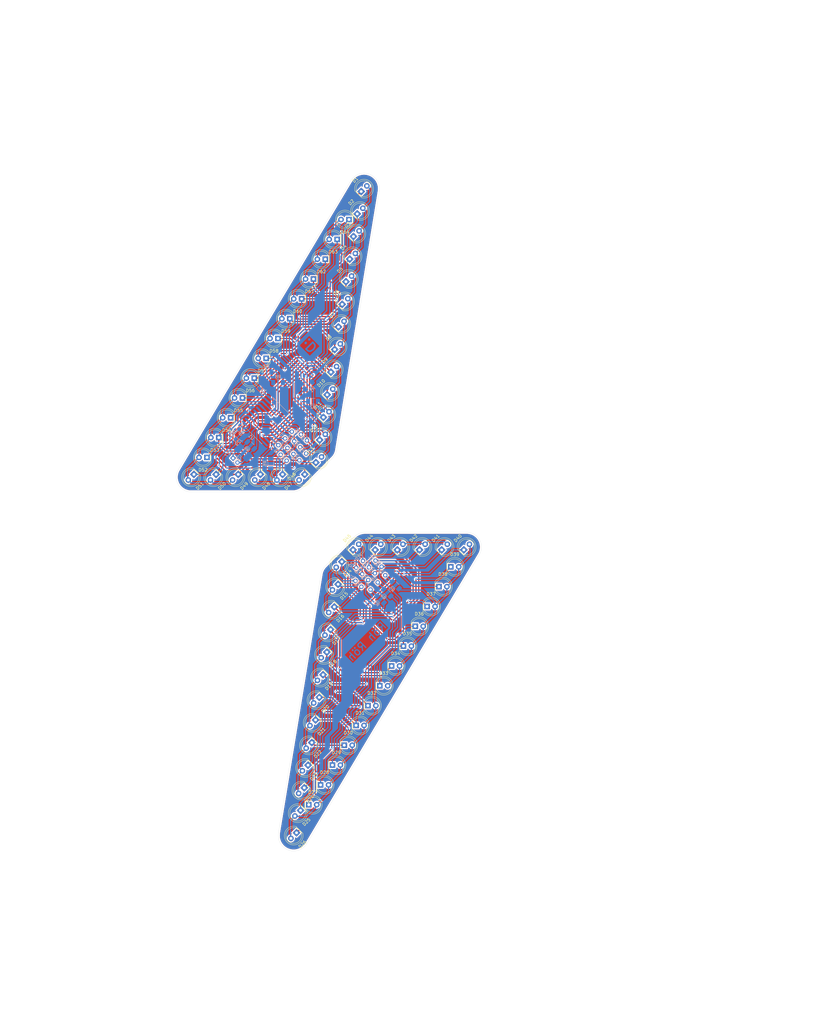
<source format=kicad_pcb>
(kicad_pcb (version 20241229) (generator "pcbnew") (generator_version "9.0")
  (layers (0 "F.Cu" signal) (2 "B.Cu" signal) (13 "F.Paste" user) (15 "B.Paste" user) (5 "F.SilkS" user "F.Silkscreen") (7 "B.SilkS" user "B.Silkscreen") (1 "F.Mask" user) (3 "B.Mask" user) (25 "Edge.Cuts" user))
  (net 0 "")
  (net 1 "Net-(D14-K)")
  (net 2 "Net-(D16-K)")
  (net 3 "GND")
  (net 4 "Net-(U1-PA6)")
  (net 5 "Net-(D1-K)")
  (net 6 "+5V")
  (net 7 "Net-(D15-K)")
  (net 8 "Net-(U1-PA5)")
  (net 9 "Net-(D10-K)")
  (net 10 "Net-(D12-K)")
  (net 11 "Net-(U1-PA1)")
  (net 12 "Net-(U1-PA7)")
  (net 13 "Net-(D11-K)")
  (net 14 "Net-(D13-K)")
  (net 15 "Net-(U1-PA0)")
  (net 16 "Net-(D17-A)")
  (net 17 "Net-(D1-A)")
  (net 18 "Net-(D10-A)")
  (net 19 "Net-(D25-A)")
  (net 20 "Net-(D33-A)")
  (net 21 "Net-(D41-A)")
  (net 22 "Net-(D49-A)")
  (net 23 "Net-(D46-K)")
  (net 24 "Net-(D14-A)")
  (net 25 "Net-(J5-Pin_1)")
  (net 26 "Net-(J6-Pin_1)")
  (net 27 "Net-(J7-Pin_1)")
  (net 28 "Net-(J8-Pin_1)")
  (net 29 "Net-(J3-Pin_1)")
  (net 30 "Net-(J4-Pin_1)")
  (net 31 "Net-(D46-A)")
  (net 32 "Net-(D47-K)")
  (net 33 "Net-(D48-K)")
  (net 34 "Net-(D17-K)")
  (net 35 "Net-(D18-K)")
  (net 36 "Net-(D19-K)")
  (net 37 "Net-(D20-K)")
  (net 38 "Net-(D21-K)")
  (net 39 "Net-(D57-A)")
  (footprint "LED_THT:LED_D5.0mm" (layer "F.Cu") (at 133.8232 199.972)
    (property "Reference" "D31")
    (property "Value" "LED")
  )
  (footprint "LED_THT:LED_D5.0mm" (layer "F.Cu") (at 124.473161 176.568439 -135)
    (property "Reference" "D18")
    (property "Value" "LED")
  )
  (footprint "LED_THT:LED_D5.0mm" (layer "F.Cu") (at 116.073161 227.108439 -135)
    (property "Reference" "D25")
    (property "Value" "LED")
  )
  (footprint "LED_THT:LED_D5.0mm" (layer "F.Cu") (at 117.409792 119.813249 -135)
    (property "Reference" "D46")
    (property "Value" "LED")
  )
  (footprint "LED_THT:LED_D5.0mm" (layer "F.Cu") (at 123.988592 51.097649 180)
    (property "Reference" "D62")
    (property "Value" "LED")
  )
  (footprint "LED_THT:LED_D5.0mm" (layer "F.Cu") (at 116.428592 63.757649 180)
    (property "Reference" "D60")
    (property "Value" "LED")
  )
  (footprint "LED_THT:LED_D5.0mm" (layer "F.Cu") (at 124.578631 94.38121 45)
    (property "Reference" "D10")
    (property "Value" "LED")
  )
  (footprint "LED_THT:LED_D5.0mm" (layer "F.Cu") (at 120.873161 198.228439 -135)
    (property "Reference" "D21")
    (property "Value" "LED")
  )
  (footprint "LED_THT:LED_D5.0mm" (layer "F.Cu") (at 146.998 143.9164 45)
    (property "Reference" "D43")
    (property "Value" "LED")
  )
  (footprint "LED_THT:LED_D5.0mm" (layer "F.Cu") (at 161.154 143.9164 45)
    (property "Reference" "D41")
    (property "Value" "LED")
  )
  (footprint "LED_THT:LED_D5.0mm" (layer "F.Cu") (at 145.1632 180.982)
    (property "Reference" "D34")
    (property "Value" "LED")
  )
  (footprint "LED_THT:LED_D5.0mm" (layer "F.Cu") (at 118.7032 225.292)
    (property "Reference" "D27")
    (property "Value" "LED")
  )
  (footprint "LED_THT:LED_D5.0mm" (layer "F.Cu") (at 123.378631 101.60121 45)
    (property "Reference" "D11")
    (property "Value" "LED")
  )
  (footprint "LED_THT:LED_D5.0mm" (layer "F.Cu") (at 129.273161 147.688439 -135)
    (property "Reference" "D14")
    (property "Value" "LED")
  )
  (footprint "LED_THT:LED_D5.0mm" (layer "F.Cu") (at 108.868592 76.417649 180)
    (property "Reference" "D58")
    (property "Value" "LED")
  )
  (footprint "LED_THT:LED_D5.0mm" (layer "F.Cu") (at 164.0632 149.332)
    (property "Reference" "D39")
    (property "Value" "LED")
  )
  (footprint "LED_THT:LED_D5.0mm" (layer "F.Cu") (at 101.308592 89.077649 180)
    (property "Reference" "D56")
    (property "Value" "LED")
  )
  (footprint "LED_THT:LED_D5.0mm" (layer "F.Cu") (at 105.088592 82.747649 180)
    (property "Reference" "D57")
    (property "Value" "LED")
  )
  (footprint "LED_THT:LED_D5.0mm" (layer "F.Cu") (at 110.331792 119.813249 -135)
    (property "Reference" "D47")
    (property "Value" "LED")
  )
  (footprint "LED_THT:LED_D5.0mm" (layer "F.Cu") (at 135.456631 29.47801 45)
    (property "Reference" "D1")
    (property "Value" "LED")
  )
  (footprint "LED_THT:LED_D5.0mm" (layer "F.Cu") (at 168.232 143.9164 45)
    (property "Reference" "D40")
    (property "Value" "LED")
  )
  (footprint "LED_THT:LED_D5.0mm" (layer "F.Cu") (at 160.2832 155.662)
    (property "Reference" "D38")
    (property "Value" "LED")
  )
  (footprint "LED_THT:LED_D5.0mm" (layer "F.Cu") (at 93.748592 101.737649 180)
    (property "Reference" "D54")
    (property "Value" "LED")
  )
  (footprint "LED_THT:LED_D5.0mm" (layer "F.Cu") (at 122.073161 191.008439 -135)
    (property "Reference" "D20")
    (property "Value" "LED")
  )
  (footprint "LED_THT:LED_D5.0mm" (layer "F.Cu") (at 127.768592 44.767649 180)
    (property "Reference" "D63")
    (property "Value" "LED")
  )
  (footprint "LED_THT:LED_D5.0mm" (layer "F.Cu") (at 134.178631 36.62121 45)
    (property "Reference" "D2")
    (property "Value" "LED")
  )
  (footprint "LED_THT:LED_D5.0mm" (layer "F.Cu") (at 119.673161 205.448439 -135)
    (property "Reference" "D22")
    (property "Value" "LED")
  )
  (footprint "LED_THT:LED_D5.0mm" (layer "F.Cu") (at 96.175792 119.813249 -135)
    (property "Reference" "D49")
    (property "Value" "LED")
  )
  (footprint "LED_THT:LED_D5.0mm" (layer "F.Cu") (at 139.92 143.9164 45)
    (property "Reference" "D44")
    (property "Value" "LED")
  )
  (footprint "LED_THT:LED_D5.0mm" (layer "F.Cu") (at 137.6032 193.642)
    (property "Reference" "D32")
    (property "Value" "LED")
  )
  (footprint "LED_THT:LED_D5.0mm" (layer "F.Cu") (at 103.253792 119.813249 -135)
    (property "Reference" "D48")
    (property "Value" "LED")
  )
  (footprint "LED_THT:LED_D5.0mm" (layer "F.Cu") (at 126.873161 162.128439 -135)
    (property "Reference" "D16")
    (property "Value" "LED")
  )
  (footprint "LED_THT:LED_D5.0mm" (layer "F.Cu") (at 82.019792 119.813249 -135)
    (property "Reference" "D51")
    (property "Value" "LED")
  )
  (footprint "LED_THT:LED_D5.0mm" (layer "F.Cu") (at 130.0432 206.302)
    (property "Reference" "D30")
    (property "Value" "LED")
  )
  (footprint "LED_THT:LED_D5.0mm" (layer "F.Cu") (at 126.978631 79.94121 45)
    (property "Reference" "D8")
    (property "Value" "LED")
  )
  (footprint "LED_THT:LED_D5.0mm" (layer "F.Cu") (at 89.968592 108.067649 180)
    (property "Reference" "D53")
    (property "Value" "LED")
  )
  (footprint "LED_THT:LED_D5.0mm" (layer "F.Cu") (at 148.9432 174.652)
    (property "Reference" "D35")
    (property "Value" "LED")
  )
  (footprint "LED_THT:LED_D5.0mm" (layer "F.Cu") (at 154.076 143.9164 45)
    (property "Reference" "D42")
    (property "Value" "LED")
  )
  (footprint "LED_THT:LED_D5.0mm" (layer "F.Cu") (at 132.978631 43.84121 45)
    (property "Reference" "D3")
    (property "Value" "LED")
  )
  (footprint "LED_THT:LED_D5.0mm" (layer "F.Cu") (at 123.273161 183.788439 -135)
    (property "Reference" "D19")
    (property "Value" "LED")
  )
  (footprint "LED_THT:LED_D5.0mm" (layer "F.Cu") (at 128.073161 154.908439 -135)
    (property "Reference" "D15")
    (property "Value" "LED")
  )
  (footprint "LED_THT:LED_D5.0mm" (layer "F.Cu") (at 132.842 143.9164 45)
    (property "Reference" "D45")
    (property "Value" "LED")
  )
  (footprint "LED_THT:LED_D5.0mm" (layer "F.Cu") (at 125.778631 87.16121 45)
    (property "Reference" "D9")
    (property "Value" "LED")
  )
  (footprint "LED_THT:LED_D5.0mm" (layer "F.Cu") (at 112.648592 70.087649 180)
    (property "Reference" "D59")
    (property "Value" "LED")
  )
  (footprint "LED_THT:LED_D5.0mm" (layer "F.Cu") (at 89.097792 119.813249 -135)
    (property "Reference" "D50")
    (property "Value" "LED")
  )
  (footprint "LED_THT:LED_D5.0mm" (layer "F.Cu") (at 126.2632 212.632)
    (property "Reference" "D29")
    (property "Value" "LED")
  )
  (footprint "LED_THT:LED_D5.0mm" (layer "F.Cu") (at 117.273161 219.888439 -135)
    (property "Reference" "D24")
    (property "Value" "LED")
  )
  (footprint "LED_THT:LED_D5.0mm" (layer "F.Cu") (at 97.528592 95.407649 180)
    (property "Reference" "D55")
    (property "Value" "LED")
  )
  (footprint "LED_THT:LED_D5.0mm" (layer "F.Cu") (at 125.673161 169.348439 -135)
    (property "Reference" "D17")
    (property "Value" "LED")
  )
  (footprint "LED_THT:LED_D5.0mm" (layer "F.Cu") (at 129.378631 65.50121 45)
    (property "Reference" "D6")
    (property "Value" "LED")
  )
  (footprint "LED_THT:LED_D5.0mm" (layer "F.Cu") (at 130.578631 58.28121 45)
    (property "Reference" "D5")
    (property "Value" "LED")
  )
  (footprint "LED_THT:LED_D5.0mm" (layer "F.Cu") (at 131.548592 38.437649 180)
    (property "Reference" "D64")
    (property "Value" "LED")
  )
  (footprint "LED_THT:LED_D5.0mm" (layer "F.Cu") (at 86.188592 114.397649 180)
    (property "Reference" "D52")
    (property "Value" "LED")
  )
  (footprint "LED_THT:LED_D5.0mm" (layer "F.Cu") (at 156.5032 161.992)
    (property "Reference" "D37")
    (property "Value" "LED")
  )
  (footprint "LED_THT:LED_D5.0mm" (layer "F.Cu") (at 114.795161 234.251639 -135)
    (property "Reference" "D26")
    (property "Value" "LED")
  )
  (footprint "LED_THT:LED_D5.0mm" (layer "F.Cu") (at 131.778631 51.06121 45)
    (property "Reference" "D4")
    (property "Value" "LED")
  )
  (footprint "LED_THT:LED_D5.0mm" (layer "F.Cu") (at 120.208592 57.427649 180)
    (property "Reference" "D61")
    (property "Value" "LED")
  )
  (footprint "LED_THT:LED_D5.0mm" (layer "F.Cu") (at 152.7232 168.322)
    (property "Reference" "D36")
    (property "Value" "LED")
  )
  (footprint "LED_THT:LED_D5.0mm" (layer "F.Cu") (at 141.3832 187.312)
    (property "Reference" "D33")
    (property "Value" "LED")
  )
  (footprint "LED_THT:LED_D5.0mm" (layer "F.Cu") (at 120.978631 116.04121 45)
    (property "Reference" "D13")
    (property "Value" "LED")
  )
  (footprint "LED_THT:LED_D5.0mm" (layer "F.Cu") (at 128.178631 72.72121 45)
    (property "Reference" "D7")
    (property "Value" "LED")
  )
  (footprint "LED_THT:LED_D5.0mm" (layer "F.Cu") (at 122.178631 108.82121 45)
    (property "Reference" "D12")
    (property "Value" "LED")
  )
  (footprint "LED_THT:LED_D5.0mm" (layer "F.Cu") (at 118.473161 212.668439 -135)
    (property "Reference" "D23")
    (property "Value" "LED")
  )
  (footprint "LED_THT:LED_D5.0mm" (layer "F.Cu") (at 122.4832 218.962)
    (property "Reference" "D28")
    (property "Value" "LED")
  )
  (footprint "Package_SO:SOIC-20W_7.5x12.8mm_P1.27mm" (layer "B.Cu") (at 105.538903 102.720632 -45)
    (property "Reference" "U1")
    (property "Value" "ATtiny861A-S")
  )
  (footprint "footprinttejä:Pin_D0.8mm_L6.5mm_W1.8mm_FlatFork_zani" (layer "B.Cu") (at 114.046 109.22 45)
    (property "Reference" "J23")
    (property "Value" "Conn_01x01_Pin" (hide yes))
  )
  (footprint "Resistor_SMD:R_1206_3216Metric_Pad1.30x1.75mm_HandSolder" (layer "B.Cu") (at 141.605 159.766 -45)
    (property "Reference" "R3")
    (property "Value" "110")
  )
  (footprint "footprinttejä:Pin_D0.8mm_L6.5mm_W1.8mm_FlatFork_zani" (layer "B.Cu") (at 117.856 113.157 45)
    (property "Reference" "J17")
    (property "Value" "Conn_01x01_Pin" (hide yes))
  )
  (footprint "footprinttejä:Pin_D0.8mm_L6.5mm_W1.8mm_FlatFork_zani" (layer "B.Cu") (at 115.951 111.125 45)
    (property "Reference" "J13")
    (property "Value" "Conn_01x01_Pin" (hide yes))
  )
  (footprint "footprinttejä:Pin_D0.8mm_L6.5mm_W1.8mm_FlatFork_zani" (layer "B.Cu") (at 118.11 108.966 45)
    (property "Reference" "J21")
    (property "Value" "Conn_01x01_Pin" (hide yes))
  )
  (footprint "Resistor_SMD:R_1206_3216Metric_Pad1.30x1.75mm_HandSolder" (layer "B.Cu") (at 146.431 155.194 -45)
    (property "Reference" "R5")
    (property "Value" "110" (hide yes))
  )
  (footprint "footprinttejä:Pin_D0.8mm_L6.5mm_W1.8mm_FlatFork_zani" (layer "B.Cu") (at 141.9606 149.2758 45)
    (property "Reference" "J12")
    (property "Value" "Conn_01x01_Pin" (hide yes))
  )
  (footprint "footprinttejä:Pin_D0.8mm_L6.5mm_W1.8mm_FlatFork_zani" (layer "B.Cu") (at 140.0302 147.3454 45)
    (property "Reference" "J14")
    (property "Value" "Conn_01x01_Pin" (hide yes))
  )
  (footprint "Resistor_SMD:R_1206_3216Metric_Pad1.30x1.75mm_HandSolder" (layer "B.Cu") (at 106.553 116.332 -90)
    (property "Reference" "R6")
    (property "Value" "110")
  )
  (footprint "TestPoint:TestPoint_Pad_1.0x1.0mm" (layer "B.Cu") (at 95.306792 108.535649 45)
    (property "Reference" "J29")
    (property "Value" "Conn_01x01_Pin")
  )
  (footprint "footprinttejä:Pin_D0.8mm_L6.5mm_W1.8mm_FlatFork_zani" (layer "B.Cu") (at 137.668 153.543 45)
    (property "Reference" "J24")
    (property "Value" "Conn_01x01_Pin" (hide yes))
  )
  (footprint "Capacitor_SMD:C_1210_3225Metric_Pad1.33x2.70mm_HandSolder" (layer "B.Cu") (at 97.846792 112.853649 -45)
    (property "Reference" "C1")
    (property "Value" "10 u")
  )
  (footprint "Resistor_SMD:R_1206_3216Metric_Pad1.30x1.75mm_HandSolder" (layer "B.Cu") (at 143.764 157.607 -45)
    (property "Reference" "R4")
    (property "Value" "110")
  )
  (footprint "footprinttejä:Pin_D0.8mm_L6.5mm_W1.8mm_FlatFork_zani" (layer "B.Cu") (at 143.129 152.019 45)
    (property "Reference" "J8")
    (property "Value" "Conn_01x01_Pin" (hide yes))
  )
  (footprint "Connector_PinHeader_2.00mm:PinHeader_1x02_P2.00mm_Vertical" (layer "B.Cu") (at 94.527578 114.614435 -135)
    (property "Reference" "J27")
    (property "Value" "Conn_01x02_Pin" (hide yes))
  )
  (footprint "footprinttejä:Pin_D0.8mm_L6.5mm_W1.8mm_FlatFork_zani" (layer "B.Cu") (at 138.43 156.591 45)
    (property "Reference" "J4")
    (property "Value" "Conn_01x01_Pin" (hide yes))
  )
  (footprint "footprinttejä:Pin_D0.8mm_L6.5mm_W1.8mm_FlatFork_zani" (layer "B.Cu") (at 136.017 147.447 45)
    (property "Reference" "J10")
    (property "Value" "Conn_01x01_Pin" (hide yes))
  )
  (footprint "Resistor_SMD:R_1206_3216Metric_Pad1.30x1.75mm_HandSolder" (layer "B.Cu") (at 120.071792 96.470649)
    (property "Reference" "R2")
    (property "Value" "110")
  )
  (footprint "Resistor_SMD:R_1206_3216Metric_Pad1.30x1.75mm_HandSolder" (layer "B.Cu") (at 105.2068 87.122 180)
    (property "Reference" "R7")
    (property "Value" "110")
  )
  (footprint "footprinttejä:Pin_D0.8mm_L6.5mm_W1.8mm_FlatFork_zani" (layer "B.Cu") (at 133.604 153.797 45)
    (property "Reference" "J2")
    (property "Value" "Conn_01x01_Pin" (hide yes))
  )
  (footprint "footprinttejä:Pin_D0.8mm_L6.5mm_W1.8mm_FlatFork_zani" (layer "B.Cu") (at 135.509 155.702 45)
    (property "Reference" "J26")
    (property "Value" "Conn_01x01_Pin" (hide yes))
  )
  (footprint "footprinttejä:Pin_D0.8mm_L6.5mm_W1.8mm_FlatFork_zani" (layer "B.Cu") (at 135.763 151.638 45)
    (property "Reference" "J18")
    (property "Value" "Conn_01x01_Pin" (hide yes))
  )
  (footprint "footprinttejä:Pin_D0.8mm_L6.5mm_W1.8mm_FlatFork_zani" (layer "B.Cu") (at 109.728 113.538 45)
    (property "Reference" "J9")
    (property "Value" "Conn_01x01_Pin" (hide yes))
  )
  (footprint "footprinttejä:Pin_D0.8mm_L6.5mm_W1.8mm_FlatFork_zani" (layer "B.Cu") (at 111.633 115.443 45)
    (property "Reference" "J11")
    (property "Value" "Conn_01x01_Pin" (hide yes))
  )
  (footprint "footprinttejä:Pin_D0.8mm_L6.5mm_W1.8mm_FlatFork_zani" (layer "B.Cu") (at 116.205 107.061 45)
    (property "Reference" "J1")
    (property "Value" "Conn_01x01_Pin" (hide yes))
  )
  (footprint "TestPoint:TestPoint_Pad_1.0x1.0mm" (layer "B.Cu") (at 96.449792 105.360649 45)
    (property "Reference" "J28")
    (property "Value" "Conn_01x01_Pin")
  )
  (footprint "footprinttejä:Pin_D0.8mm_L6.5mm_W1.8mm_FlatFork_zani" (layer "B.Cu") (at 113.284 106.172 45)
    (property "Reference" "J7")
    (property "Value" "Conn_01x01_Pin" (hide yes))
  )
  (footprint "footprinttejä:Pin_D0.8mm_L6.5mm_W1.8mm_FlatFork_zani" (layer "B.Cu") (at 139.827 151.384 45)
    (property "Reference" "J22")
    (property "Value" "Conn_01x01_Pin" (hide yes))
  )
  (footprint "footprinttejä:Pin_D0.8mm_L6.5mm_W1.8mm_FlatFork_zani" (layer "B.Cu") (at 111.887 111.379 45)
    (property "Reference" "J25")
    (property "Value" "Conn_01x01_Pin" (hide yes))
  )
  (footprint "footprinttejä:Pin_D0.8mm_L6.5mm_W1.8mm_FlatFork_zani" (layer "B.Cu") (at 108.966 110.49 45)
    (property "Reference" "J3")
    (property "Value" "Conn_01x01_Pin" (hide yes))
  )
  (footprint "Resistor_SMD:R_1206_3216Metric_Pad1.30x1.75mm_HandSolder" (layer "B.Cu") (at 108.895792 90.501649 180)
    (property "Reference" "R8")
    (property "Value" "110")
  )
  (footprint "footprinttejä:Pin_D0.8mm_L6.5mm_W1.8mm_FlatFork_zani" (layer "B.Cu") (at 111.125 108.331 45)
    (property "Reference" "J5")
    (property "Value" "Conn_01x01_Pin" (hide yes))
  )
  (footprint "TestPoint:TestPoint_Pad_1.0x1.0mm" (layer "B.Cu") (at 102.997 92.3544 45)
    (property "Reference" "J31")
    (property "Value" "Conn_01x01_Pin")
  )
  (footprint "footprinttejä:Pin_D0.8mm_L6.5mm_W1.8mm_FlatFork_zani" (layer "B.Cu") (at 113.792 113.284 45)
    (property "Reference" "J15")
    (property "Value" "Conn_01x01_Pin" (hide yes))
  )
  (footprint "TestPoint:TestPoint_Pad_1.0x1.0mm" (layer "B.Cu") (at 93.655792 105.614649 45)
    (property "Reference" "J30")
    (property "Value" "Conn_01x01_Pin")
  )
  (footprint "Resistor_SMD:R_1206_3216Metric_Pad1.30x1.75mm_HandSolder" (layer "B.Cu") (at 100.179776 110.567649 -45)
    (property "Reference" "R9")
    (property "Value" "110")
  )
  (footprint "footprinttejä:Pin_D0.8mm_L6.5mm_W1.8mm_FlatFork_zani" (layer "B.Cu") (at 137.922 149.479 45)
    (property "Reference" "J16")
    (property "Value" "Conn_01x01_Pin" (hide yes))
  )
  (footprint "Resistor_SMD:R_1206_3216Metric_Pad1.30x1.75mm_HandSolder" (layer "B.Cu") (at 118.618 91.44 45)
    (property "Reference" "R1")
    (property "Value" "110")
  )
  (footprint "footprinttejä:Pin_D0.8mm_L6.5mm_W1.8mm_FlatFork_zani" (layer "B.Cu") (at 115.697 115.316 45)
    (property "Reference" "J19")
    (property "Value" "Conn_01x01_Pin" (hide yes))
  )
  (footprint "footprinttejä:Pin_D0.8mm_L6.5mm_W1.8mm_FlatFork_zani" (layer "B.Cu") (at 140.716 154.305 45)
    (property "Reference" "J6")
    (property "Value" "Conn_01x01_Pin" (hide yes))
  )
  (footprint "footprinttejä:Pin_D0.8mm_L6.5mm_W1.8mm_FlatFork_zani" (layer "B.Cu") (at 133.858 149.606 45)
    (property "Reference" "J20")
    (property "Value" "Conn_01x01_Pin" (hide yes))
  )
  (gr_arc (start 118.11 237.6424) (mid 112.190817 239.743916) (end 109.073822 234.290712) (stroke (width 0.05)) (layer "Edge.Cuts"))
  (gr_line (start 116.867996 124.033188) (end 126.465338 114.383412) (stroke (width 0.05)) (layer "Edge.Cuts"))
  (gr_arc (start 122.661845 151.735786) (mid 123.046553 150.447133) (end 123.781455 149.320837) (stroke (width 0.05)) (layer "Edge.Cuts"))
  (gr_arc (start 127.584948 111.968463) (mid 127.200238 113.257114) (end 126.465338 114.383412) (stroke (width 0.05)) (layer "Edge.Cuts"))
  (gr_arc (start 169.164001 138.3284) (mid 173.259007 140.740495) (end 173.124559 145.4912) (stroke (width 0.05)) (layer "Edge.Cuts"))
  (gr_line (start 133.378797 139.671061) (end 123.781455 149.320837) (stroke (width 0.05)) (layer "Edge.Cuts"))
  (gr_line (start 136.631845 138.337771) (end 169.164 138.3284) (stroke (width 0.05)) (layer "Edge.Cuts"))
  (gr_line (start 109.0676 234.2896) (end 122.661845 151.735787) (stroke (width 0.05)) (layer "Edge.Cuts"))
  (gr_line (start 113.614948 125.366478) (end 81.082793 125.375849) (stroke (width 0.05)) (layer "Edge.Cuts"))
  (gr_arc (start 116.867996 124.033188) (mid 115.372798 125.020273) (end 113.614948 125.366515) (stroke (width 0.05)) (layer "Edge.Cuts"))
  (gr_arc (start 132.136792 26.061849) (mid 138.055978 23.960301) (end 141.17297 29.413537) (stroke (width 0.05)) (layer "Edge.Cuts"))
  (gr_arc (start 133.378797 139.671061) (mid 134.874 138.684) (end 136.631845 138.337734) (stroke (width 0.05)) (layer "Edge.Cuts"))
  (gr_arc (start 81.082791 125.375849) (mid 76.987759 122.963745) (end 77.122233 118.213049) (stroke (width 0.05)) (layer "Edge.Cuts"))
  (gr_line (start 141.179193 29.414649) (end 127.584948 111.968462) (stroke (width 0.05)) (layer "Edge.Cuts"))
  (gr_line (start 77.120392 118.213049) (end 132.136792 26.061849) (stroke (width 0.05)) (layer "Edge.Cuts"))
  (gr_line (start 173.1264 145.4912) (end 118.11 237.6424) (stroke (width 0.05)) (layer "Edge.Cuts"))
  (gr_text ":D" (at 118.491 75.6158 135) (layer "B.Cu") (effects (font (size 3 3) (thickness 0.5) (bold yes)) (justify left bottom mirror)))
  (gr_text "Röh Röh" (at 144.0688 168.402 45) (layer "B.Cu") (effects (font (size 2.5 2.5) (thickness 0.375)) (justify left bottom mirror)))
  (segment (start 131.202 156.182) (end 131.202 152.282744) (width 0.4) (layer "F.Cu") (net 1))
  (segment (start 146.729396 150.684) (end 140.527 150.684) (width 0.4) (layer "F.Cu") (net 1))
  (segment (start 135.742415 166.136585) (end 136.193 165.686) (width 0.4) (layer "F.Cu") (net 1))
  (segment (start 135.742415 166.138) (end 135.742415 166.136585) (width 0.4) (layer "F.Cu") (net 1))
  (segment (start 136.193 165.686) (end 136.193 161.173) (width 0.4) (layer "F.Cu") (net 1))
  (segment (start 120.526722 206.302) (end 119.673161 205.448439) (width 0.4) (layer "F.Cu") (net 1))
  (segment (start 130.0432 206.302) (end 120.526722 206.302) (width 0.4) (layer "F.Cu") (net 1))
  (segment (start 136.193 161.173) (end 131.202 156.182) (width 0.4) (layer "F.Cu") (net 1))
  (segment (start 140.527 150.684) (end 139.827 151.384) (width 0.4) (layer "F.Cu") (net 1))
  (via (at 146.729396 150.684) (size 0.6) (drill 0.3) (layers "F.Cu" "B.Cu") (net 1))
  (via (at 135.742415 166.138) (size 0.6) (drill 0.3) (layers "F.Cu" "B.Cu") (net 1))
  (via (at 131.202 152.282744) (size 0.6) (drill 0.3) (layers "F.Cu" "B.Cu") (net 1))
  (segment (start 126.619 191.516) (end 126.619 178.8666) (width 0.4) (layer "B.Cu") (net 1))
  (segment (start 120.523 202.690992) (end 123.013 200.200992) (width 0.4) (layer "B.Cu") (net 1))
  (segment (start 123.013 195.122) (end 126.619 191.516) (width 0.4) (layer "B.Cu") (net 1))
  (segment (start 151.850412 155.539016) (end 160.160216 155.539016) (width 0.4) (layer "B.Cu") (net 1))
  (segment (start 139.827 151.384) (end 137.856892 151.384) (width 0.4) (layer "B.Cu") (net 1))
  (segment (start 146.995396 150.684) (end 151.850412 155.539016) (width 0.4) (layer "B.Cu") (net 1))
  (segment (start 126.619 178.8666) (end 127.838 177.6476) (width 0.4) (layer "B.Cu") (net 1))
  (segment (start 131.202 152.282744) (end 131.202 152.157) (width 0.4) (layer "B.Cu") (net 1))
  (segment (start 120.523 204.5986) (end 120.523 202.690992) (width 0.4) (layer "B.Cu") (net 1))
  (segment (start 129.273161 150.228161) (end 129.273161 147.688439) (width 0.4) (layer "B.Cu") (net 1))
  (segment (start 127.838 177.6476) (end 127.838 172.217172) (width 0.4) (layer "B.Cu") (net 1))
  (segment (start 134.161331 147.688439) (end 129.273161 147.688439) (width 0.4) (layer "B.Cu") (net 1))
  (segment (start 127.838 172.217172) (end 133.917172 166.138) (width 0.4) (layer "B.Cu") (net 1))
  (segment (start 137.856892 151.384) (end 134.161331 147.688439) (width 0.4) (layer "B.Cu") (net 1))
  (segment (start 119.673161 205.448439) (end 120.523 204.5986) (width 0.4) (layer "B.Cu") (net 1))
  (segment (start 133.917172 166.138) (end 135.742415 166.138) (width 0.4) (layer "B.Cu") (net 1))
  (segment (start 146.729396 150.684) (end 146.995396 150.684) (width 0.4) (layer "B.Cu") (net 1))
  (segment (start 123.013 200.200992) (end 123.013 195.122) (width 0.4) (layer "B.Cu") (net 1))
  (segment (start 131.202 152.157) (end 129.273161 150.228161) (width 0.4) (layer "B.Cu") (net 1))
  (segment (start 147.361672 151.494728) (end 149.114272 151.494728) (width 0.4) (layer "F.Cu") (net 2))
  (segment (start 136.019103 167.134103) (end 131.878825 167.134103) (width 0.4) (layer "F.Cu") (net 2))
  (segment (start 136.019103 167.134103) (end 136.994 166.159206) (width 0.4) (layer "F.Cu") (net 2))
  (segment (start 136.994 166.159206) (end 136.994 161.8624) (width 0.4) (layer "F.Cu") (net 2))
  (segment (start 127.575595 189.159595) (end 127.773 189.357) (width 0.4) (layer "F.Cu") (net 2))
  (segment (start 133.3182 189.357) (end 137.6032 193.642) (width 0.4) (layer "F.Cu") (net 2))
  (segment (start 131.878825 167.134103) (end 126.873161 162.128439) (width 0.4) (layer "F.Cu") (net 2))
  (segment (start 127.773 189.357) (end 133.3182 189.357) (width 0.4) (layer "F.Cu") (net 2))
  (segment (start 136.994 161.8624) (end 147.361672 151.494728) (width 0.4) (layer "F.Cu") (net 2))
  (via (at 149.114272 151.494728) (size 0.6) (drill 0.3) (layers "F.Cu" "B.Cu") (net 2))
  (via (at 127.575595 189.159595) (size 0.6) (drill 0.3) (layers "F.Cu" "B.Cu") (net 2))
  (via (at 136.019103 167.134103) (size 0.6) (drill 0.3) (layers "F.Cu" "B.Cu") (net 2))
  (segment (start 135.509 155.702) (end 129.082561 162.128439) (width 0.4) (layer "B.Cu") (net 2))
  (segment (start 149.114272 151.494728) (end 149.1234 151.4856) (width 0.4) (layer "B.Cu") (net 2))
  (segment (start 122.347953 203.131611) (end 124.814 200.665564) (width 0.4) (layer "B.Cu") (net 2))
  (segment (start 128.778 176.657) (end 128.780095 176.654905) (width 0.4) (layer "B.Cu") (net 2))
  (segment (start 157.226 151.4856) (end 164.7952 143.9164) (width 0.4) (layer "B.Cu") (net 2))
  (segment (start 124.814 200.665564) (end 124.814 194.453786) (width 0.4) (layer "B.Cu") (net 2))
  (segment (start 117.273161 219.888439) (end 119.175 217.9866) (width 0.4) (layer "B.Cu") (net 2))
  (segment (start 128.778 177.840385) (end 128.778 176.657) (width 0.4) (layer "B.Cu") (net 2))
  (segment (start 124.814 194.453786) (end 127.575595 191.692191) (width 0.4) (layer "B.Cu") (net 2))
  (segment (start 164.7952 143.9164) (end 168.232 143.9164) (width 0.4) (layer "B.Cu") (net 2))
  (segment (start 134.053855 167.134103) (end 136.019103 167.134103) (width 0.4) (layer "B.Cu") (net 2))
  (segment (start 120.65 213.849372) (end 120.65 208.650786) (width 0.4) (layer "B.Cu") (net 2))
  (segment (start 119.175 217.9866) (end 119.175 215.324372) (width 0.4) (layer "B.Cu") (net 2))
  (segment (start 128.780095 172.407863) (end 134.053855 167.134103) (width 0.4) (layer "B.Cu") (net 2))
  (segment (start 127.575595 189.159595) (end 127.575595 179.042791) (width 0.4) (layer "B.Cu") (net 2))
  (segment (start 119.175 215.324372) (end 120.65 213.849372) (width 0.4) (layer "B.Cu") (net 2))
  (segment (start 149.1234 151.4856) (end 157.226 151.4856) (width 0.4) (layer "B.Cu") (net 2))
  (segment (start 122.347953 206.952832) (end 122.347953 203.131611) (width 0.4) (layer "B.Cu") (net 2))
  (segment (start 127.575595 191.692191) (end 127.575595 189.159595) (width 0.4) (layer "B.Cu") (net 2))
  (segment (start 128.780095 176.654905) (end 128.780095 172.407863) (width 0.4) (layer "B.Cu") (net 2))
  (segment (start 129.082561 162.128439) (end 126.873161 162.128439) (width 0.4) (layer "B.Cu") (net 2))
  (segment (start 127.575595 179.042791) (end 128.778 177.840385) (width 0.4) (layer "B.Cu") (net 2))
  (segment (start 120.65 208.650786) (end 122.347953 206.952832) (width 0.4) (layer "B.Cu") (net 2))
  (segment (start 106.147379 104.227133) (end 103.91468 104.227133) (width 0.4) (layer "B.Cu") (net 3))
  (segment (start 101.275792 111.663665) (end 99.22565 113.713807) (width 0.4) (layer "B.Cu") (net 3))
  (segment (start 102.091978 110.847479) (end 102.091978 106.049835) (width 0.4) (layer "B.Cu") (net 3))
  (segment (start 108.377937 106.457691) (end 106.147379 104.227133) (width 0.4) (layer "B.Cu") (net 3))
  (segment (start 103.91468 104.227133) (end 102.091978 106.049835) (width 0.4) (layer "B.Cu") (net 3))
  (segment (start 97.429508 116.028649) (end 99.22565 114.232507) (width 0.4) (layer "B.Cu") (net 3))
  (segment (start 95.941792 116.028649) (end 97.429508 116.028649) (width 0.4) (layer "B.Cu") (net 3))
  (segment (start 103.91468 100.198384) (end 102.699869 98.983573) (width 0.4) (layer "B.Cu") (net 3))
  (segment (start 101.275792 111.663665) (end 102.091978 110.847479) (width 0.4) (layer "B.Cu") (net 3))
  (segment (start 103.91468 104.227133) (end 103.91468 100.198384) (width 0.4) (layer "B.Cu") (net 3))
  (segment (start 108.855292 87.667148) (end 108.855292 99.750842) (width 0.4) (layer "B.Cu") (net 4))
  (segment (start 106.756801 87.122) (end 108.310144 87.122) (width 0.4) (layer "B.Cu") (net 4))
  (segment (start 108.855292 99.750842) (end 111.970039 102.865589) (width 0.4) (layer "B.Cu") (net 4))
  (segment (start 108.310144 87.122) (end 108.855292 87.667148) (width 0.4) (layer "B.Cu") (net 4))
  (segment (start 110.296351 116.779649) (end 111.633 115.443) (width 0.4) (layer "F.Cu") (net 5))
  (segment (start 107.880792 84.787649) (end 107.890792 84.797649) (width 0.4) (layer "F.Cu") (net 5))
  (segment (start 129.419592 47.244849) (end 129.419592 43.334449) (width 0.4) (layer "F.Cu") (net 5))
  (segment (start 121.565841 82.94842) (end 121.191523 82.574102) (width 0.4) (layer "F.Cu") (net 5))
  (segment (start 121.565841 82.94842) (end 125.778631 87.16121) (width 0.4) (layer "F.Cu") (net 5))
  (segment (start 127.357592 41.272449) (end 127.357592 37.577049) (width 0.4) (layer "F.Cu") (net 5))
  (segment (start 129.215792 51.766649) (end 129.215792 47.448649) (width 0.4) (layer "F.Cu") (net 5))
  (segment (start 103.815792 93.510087) (end 96.07922 101.246659) (width 0.4) (layer "F.Cu") (net 5))
  (segment (start 96.07922 101.246659) (end 96.07922 103.31822) (width 0.4) (layer "F.Cu") (net 5))
  (segment (start 121.191523 82.574102) (end 114.70731 82.574102) (width 0.4) (layer "F.Cu") (net 5))
  (segment (start 129.419592 43.334449) (end 127.357592 41.272449) (width 0.4) (layer "F.Cu") (net 5))
  (segment (start 107.880792 83.207649) (end 107.880792 84.787649) (width 0.4) (layer "F.Cu") (net 5))
  (segment (start 125.5412 61.076) (end 125.5268 61.0616) (width 0.4) (layer "F.Cu") (net 5))
  (segment (start 96.175792 119.813249) (end 99.198392 116.790649) (width 0.4) (layer "F.Cu") (net 5))
  (segment (start 129.215792 47.448649) (end 129.419592 47.244849) (width 0.4) (layer "F.Cu") (net 5))
  (segment (start 96.07922 103.31822) (end 93.495019 105.902421) (width 0.4) (layer "F.Cu") (net 5))
  (segment (start 93.122392 119.813249) (end 96.175792 119.813249) (width 0.4) (layer "F.Cu") (net 5))
  (segment (start 99.209392 116.779649) (end 110.296351 116.779649) (width 0.4) (layer "F.Cu") (net 5))
  (segment (start 107.890792 85.797449) (end 103.815792 89.872449) (width 0.4) (layer "F.Cu") (net 5))
  (segment (start 125.5268 55.455642) (end 129.215792 51.766649) (width 0.4) (layer "F.Cu") (net 5))
  (segment (start 93.495019 105.902421) (end 93.495019 108.077) (width 0.4) (layer "F.Cu") (net 5))
  (segment (start 103.815792 89.872449) (end 103.815792 93.510087) (width 0.4) (layer "F.Cu") (net 5))
  (segment (start 107.890792 84.797649) (end 107.890792 85.797449) (width 0.4) (layer "F.Cu") (net 5))
  (segment (start 127.357592 37.577049) (end 135.456631 29.47801) (width 0.4) (layer "F.Cu") (net 5))
  (segment (start 125.5268 61.0616) (end 125.5268 55.455642) (width 0.4) (layer "F.Cu") (net 5))
  (segment (start 114.70731 82.574102) (end 111.01523 86.266183) (width 0.4) (layer "F.Cu") (net 5))
  (segment (start 90.159571 116.850429) (end 93.122392 119.813249) (width 0.4) (layer "F.Cu") (net 5))
  (segment (start 96.175792 119.813249) (end 99.209392 116.779649) (width 0.4) (layer "F.Cu") (net 5))
  (via (at 93.495019 108.077) (size 0.6) (drill 0.3) (layers "F.Cu" "B.Cu") (net 5))
  (via (at 107.880792 83.207649) (size 0.6) (drill 0.3) (layers "F.Cu" "B.Cu") (net 5))
  (via (at 90.159571 116.850429) (size 0.6) (drill 0.3) (layers "F.Cu" "B.Cu") (net 5))
  (via (at 125.5412 61.076) (size 0.6) (drill 0.3) (layers "F.Cu" "B.Cu") (net 5))
  (via (at 121.565841 82.94842) (size 0.6) (drill 0.3) (layers "F.Cu" "B.Cu") (net 5))
  (via (at 111.01523 86.266183) (size 0.6) (drill 0.3) (layers "F.Cu" "B.Cu") (net 5))
  (segment (start 111.01523 86.266183) (end 107.496696 82.747649) (width 0.4) (layer "B.Cu") (net 5))
  (segment (start 93.495019 108.077) (end 93.733441 108.077) (width 0.4) (layer "B.Cu") (net 5))
  (segment (start 93.733441 108.077) (end 96.449792 105.360649) (width 0.4) (layer "B.Cu") (net 5))
  (segment (start 93.495019 108.077) (end 93.495019 110.980052) (width 0.4) (layer "B.Cu") (net 5))
  (segment (start 125.41495 68.453) (end 125.41495 61.20225) (width 0.4) (layer "B.Cu") (net 5))
  (segment (start 93.495019 110.980052) (end 90.159571 114.3155) (width 0.4) (layer "B.Cu") (net 5))
  (segment (start 98.209741 103.6007) (end 96.449792 105.360649) (width 0.4) (layer "B.Cu") (net 5))
  (segment (start 121.705849 82.94842) (end 123.579792 81.074477) (width 0.4) (layer "B.Cu") (net 5))
  (segment (start 123.579792 70.288158) (end 125.41495 68.453) (width 0.4) (layer "B.Cu") (net 5))
  (segment (start 90.159571 114.3155) (end 90.159571 116.850429) (width 0.4) (layer "B.Cu") (net 5))
  (segment (start 125.41495 61.20225) (end 125.5412 61.076) (width 0.4) (layer "B.Cu") (net 5))
  (segment (start 123.579792 81.074477) (end 123.579792 70.288158) (width 0.4) (layer "B.Cu") (net 5))
  (segment (start 121.565841 82.94842) (end 121.705849 82.94842) (width 0.4) (layer "B.Cu") (net 5))
  (segment (start 107.496696 82.747649) (end 105.088592 82.747649) (width 0.4) (layer "B.Cu") (net 5))
  (segment (start 102.56368 102.7176) (end 106.506743 102.7176) (width 0.4) (layer "F.Cu") (net 6))
  (segment (start 106.506743 102.7176) (end 107.050571 103.261428) (width 0.4) (layer "F.Cu") (net 6))
  (via (at 102.56368 102.7176) (size 0.6) (drill 0.3) (layers "F.Cu" "B.Cu") (net 6))
  (via (at 107.050571 103.261428) (size 0.6) (drill 0.3) (layers "F.Cu" "B.Cu") (net 6))
  (segment (start 94.527578 113.415147) (end 96.467934 111.474791) (width 0.4) (layer "B.Cu") (net 6))
  (segment (start 94.527578 114.614435) (end 94.527578 113.415147) (width 0.4) (layer "B.Cu") (net 6))
  (segment (start 100.513792 108.041601) (end 99.08376 109.471633) (width 0.4) (layer "B.Cu") (net 6))
  (segment (start 102.56368 102.7176) (end 102.56368 100.679537) (width 0.4) (layer "B.Cu") (net 6))
  (segment (start 102.56368 102.7176) (end 102.56368 104.162505) (width 0.4) (layer "B.Cu") (net 6))
  (segment (start 102.56368 100.679537) (end 101.801844 99.917701) (width 0.4) (layer "B.Cu") (net 6))
  (segment (start 107.050571 103.261428) (end 109.275962 105.486819) (width 0.4) (layer "B.Cu") (net 6))
  (segment (start 100.513792 106.212393) (end 100.513792 108.041601) (width 0.4) (layer "B.Cu") (net 6))
  (segment (start 102.56368 104.162505) (end 100.513792 106.212393) (width 0.4) (layer "B.Cu") (net 6))
  (segment (start 99.08376 109.471633) (end 97.080602 111.474791) (width 0.4) (layer "B.Cu") (net 6))
  (segment (start 152.9444 153.308263) (end 152.9444 159.223013) (width 0.4) (layer "F.Cu") (net 7))
  (segment (start 152.9444 159.223013) (end 145.670896 166.496518) (width 0.4) (layer "F.Cu") (net 7))
  (segment (start 145.670896 166.496518) (end 145.414518 166.496518) (width 0.4) (layer "F.Cu") (net 7))
  (segment (start 145.414518 166.496518) (end 139.573 160.655) (width 0.4) (layer "F.Cu") (net 7))
  (segment (start 129.4312 195.58) (end 123.913 195.58) (width 0.4) (layer "F.Cu") (net 7))
  (segment (start 133.8232 199.972) (end 129.4312 195.58) (width 0.4) (layer "F.Cu") (net 7))
  (via (at 145.414518 166.496518) (size 0.6) (drill 0.3) (layers "F.Cu" "B.Cu") (net 7))
  (via (at 152.9444 153.308263) (size 0.6) (drill 0.3) (layers "F.Cu" "B.Cu") (net 7))
  (via (at 123.913 195.58) (size 0.6) (drill 0.3) (layers "F.Cu" "B.Cu") (net 7))
  (via (at 139.573 160.655) (size 0.6) (drill 0.3) (layers "F.Cu" "B.Cu") (net 7))
  (segment (start 136.835 157.917) (end 136.835 154.376) (width 0.4) (layer "B.Cu") (net 7))
  (segment (start 138.7312 187.9128) (end 135.9522 190.6918) (width 0.4) (layer "B.Cu") (net 7))
  (segment (start 123.814 195.679) (end 123.913 195.58) (width 0.4) (layer "B.Cu") (net 7))
  (segment (start 145.4404 169.166146) (end 144.6902 169.916346) (width 0.4) (layer "B.Cu") (net 7))
  (segment (start 135.9522 194.564) (end 134.7146 195.8016) (width 0.4) (layer "B.Cu") (net 7))
  (segment (start 128.709557 155.544835) (end 133.826273 155.544835) (width 0.4) (layer "B.Cu") (net 7))
  (segment (start 152.9444 153.308263) (end 152.963663 153.289) (width 0.4) (layer "B.Cu") (net 7))
  (segment (start 118.473161 212.668439) (end 119.849 211.2926) (width 0.4) (layer "B.Cu") (net 7))
  (segment (start 134.7146 195.8664) (end 133.8232 196.7578) (width 0.4) (layer "B.Cu") (net 7))
  (segment (start 137.121 154.09) (end 137.668 153.543) (width 0.4) (layer "B.Cu") (net 7))
  (segment (start 138.7312 180.643428) (end 138.7312 187.9128) (width 0.4) (layer "B.Cu") (net 7))
  (segment (start 144.6902 174.684428) (end 138.7312 180.643428) (width 0.4) (layer "B.Cu") (net 7))
  (segment (start 145.4404 166.5224) (end 145.4404 169.166146) (width 0.4) (layer "B.Cu") (net 7))
  (segment (start 152.963663 153.289) (end 160.1062 153.289) (width 0.4) (layer "B.Cu") (net 7))
  (segment (start 160.1062 153.289) (end 164.0632 149.332) (width 0.4) (layer "B.Cu") (net 7))
  (segment (start 119.849 211.2926) (end 119.849 208.319001) (width 0.4) (layer "B.Cu") (net 7))
  (segment (start 128.073161 154.908439) (end 128.709557 155.544835) (width 0.4) (layer "B.Cu") (net 7))
  (segment (start 145.414518 166.496518) (end 145.4404 166.5224) (width 0.4) (layer "B.Cu") (net 7))
  (segment (start 133.8232 196.7578) (end 133.8232 199.972) (width 0.4) (layer "B.Cu") (net 7))
  (segment (start 144.6902 169.916346) (end 144.6902 174.684428) (width 0.4) (layer "B.Cu") (net 7))
  (segment (start 134.7146 195.8016) (end 134.7146 195.8664) (width 0.4) (layer "B.Cu") (net 7))
  (segment (start 139.573 160.655) (end 136.835 157.917) (width 0.4) (layer "B.Cu") (net 7))
  (segment (start 121.546953 202.799825) (end 123.819389 200.527389) (width 0.4) (layer "B.Cu") (net 7))
  (segment (start 136.835 154.376) (end 137.668 153.543) (width 0.4) (layer "B.Cu") (net 7))
  (segment (start 123.819389 200.527389) (end 123.814 200.522) (width 0.4) (layer "B.Cu") (net 7))
  (segment (start 121.546953 206.621047) (end 121.546953 202.799825) (width 0.4) (layer "B.Cu") (net 7))
  (segment (start 133.826273 155.544835) (end 135.281108 154.09) (width 0.4) (layer "B.Cu") (net 7))
  (segment (start 119.849 208.319001) (end 121.546953 206.621047) (width 0.4) (layer "B.Cu") (net 7))
  (segment (start 123.814 200.522) (end 123.814 195.679) (width 0.4) (layer "B.Cu") (net 7))
  (segment (start 135.9522 190.6918) (end 135.9522 194.564) (width 0.4) (layer "B.Cu") (net 7))
  (segment (start 135.281108 154.09) (end 137.121 154.09) (width 0.4) (layer "B.Cu") (net 7))
  (segment (start 106.715891 114.619108) (end 106.807 114.619108) (width 0.4) (layer "B.Cu") (net 8))
  (segment (start 115.305908 105.039091) (end 114.611129 104.344312) (width 0.4) (layer "B.Cu") (net 8))
  (segment (start 115.305908 106.1202) (end 115.305908 105.039091) (width 0.4) (layer "B.Cu") (net 8))
  (segment (start 106.807 114.619108) (end 115.305908 106.1202) (width 0.4) (layer "B.Cu") (net 8))
  (segment (start 106.553 114.781999) (end 106.715891 114.619108) (width 0.4) (layer "B.Cu") (net 8))
  (segment (start 114.611129 104.344312) (end 111.652711 104.344312) (width 0.4) (layer "B.Cu") (net 8))
  (segment (start 124.578631 88.703572) (end 124.578631 94.38121) (width 0.4) (layer "F.Cu") (net 9))
  (segment (start 120.245215 102.393226) (end 124.578631 98.05981) (width 0.4) (layer "F.Cu") (net 9))
  (segment (start 114.046 77.597) (end 112.866649 76.417649) (width 0.4) (layer "F.Cu") (net 9))
  (segment (start 119.250162 83.375102) (end 124.578631 88.703572) (width 0.4) (layer "F.Cu") (net 9))
  (segment (start 120.245215 104.2924) (end 120.245215 102.393226) (width 0.4) (layer "F.Cu") (net 9))
  (segment (start 101.947792 100.497649) (end 97.650292 104.795149) (width 0.4) (layer "F.Cu") (net 9))
  (segment (start 97.650292 104.795149) (end 97.650292 106.122649) (width 0.4) (layer "F.Cu") (net 9))
  (segment (start 112.866649 76.417649) (end 108.868592 76.417649) (width 0.4) (layer "F.Cu") (net 9))
  (segment (start 114.422592 77.597) (end 114.046 77.597) (width 0.4) (layer "F.Cu") (net 9))
  (segment (start 117.259407 84.003471) (end 117.887776 83.375102) (width 0.4) (layer "F.Cu") (net 9))
  (segment (start 108.152099 93.11078) (end 108.152099 98.505211) (width 0.4) (layer "F.Cu") (net 9))
  (segment (start 117.887776 83.375102) (end 119.250162 83.375102) (width 0.4) (layer "F.Cu") (net 9))
  (segment (start 106.15966 100.497649) (end 101.947792 100.497649) (width 0.4) (layer "F.Cu") (net 9))
  (segment (start 108.152099 98.505211) (end 106.15966 100.497649) (width 0.4) (layer "F.Cu") (net 9))
  (segment (start 117.259407 84.003471) (end 108.152099 93.11078) (width 0.4) (layer "F.Cu") (net 9))
  (segment (start 124.578631 98.05981) (end 124.578631 94.38121) (width 0.4) (layer "F.Cu") (net 9))
  (via (at 117.259407 84.003471) (size 0.6) (drill 0.3) (layers "F.Cu" "B.Cu") (net 9))
  (via (at 97.650292 106.122649) (size 0.6) (drill 0.3) (layers "F.Cu" "B.Cu") (net 9))
  (via (at 120.245215 104.2924) (size 0.6) (drill 0.3) (layers "F.Cu" "B.Cu") (net 9))
  (via (at 114.422592 77.597) (size 0.6) (drill 0.3) (layers "F.Cu" "B.Cu") (net 9))
  (segment (start 114.422592 81.166656) (end 117.259407 84.003471) (width 0.4) (layer "B.Cu") (net 9))
  (segment (start 97.650292 106.122649) (end 98.989792 106.122649) (width 0.4) (layer "B.Cu") (net 9))
  (segment (start 89.097792 119.813249) (end 91.242792 117.668249) (width 0.4) (layer "B.Cu") (net 9))
  (segment (start 91.242792 117.668249) (end 91.242792 114.365065) (width 0.4) (layer "B.Cu") (net 9))
  (segment (start 128.992312 55.408512) (end 128.992312 50.122541) (width 0.4) (layer "B.Cu") (net 9))
  (segment (start 124.439198 67.536197) (end 124.439198 60.903795) (width 0.4) (layer "B.Cu") (net 9))
  (segment (start 131.0132 42.3418) (end 134.178631 39.176369) (width 0.4) (layer "B.Cu") (net 9))
  (segment (start 95.306792 108.535649) (end 95.306792 110.301065) (width 0.4) (layer "B.Cu") (net 9))
  (segment (start 125.6402 58.760624) (end 128.992312 55.408512) (width 0.4) (layer "B.Cu") (net 9))
  (segment (start 118.237 111.125) (end 115.951 111.125) (width 0.4) (layer "B.Cu") (net 9))
  (segment (start 125.6402 59.7408) (end 125.6402 58.760624) (width 0.4) (layer "B.Cu") (net 9))
  (segment (start 114.422592 77.597) (end 114.422592 77.552804) (width 0.4) (layer "B.Cu") (net 9))
  (segment (start 95.306792 110.301065) (end 91.242792 114.365065) (width 0.4) (layer "B.Cu") (net 9))
  (segment (start 114.422592 77.597) (end 114.422592 81.166656) (width 0.4) (layer "B.Cu") (net 9))
  (segment (start 97.650292 106.122649) (end 97.650292 106.192149) (width 0.4) (layer "B.Cu") (net 9))
  (segment (start 134.178631 39.176369) (end 134.178631 36.62121) (width 0.4) (layer "B.Cu") (net 9))
  (segment (start 97.650292 106.192149) (end 95.306792 108.535649) (width 0.4) (layer "B.Cu") (net 9))
  (segment (start 120.245215 109.116785) (end 118.237 111.125) (width 0.4) (layer "B.Cu") (net 9))
  (segment (start 120.245215 104.2924) (end 120.245215 109.116785) (width 0.4) (layer "B.Cu") (net 9))
  (segment (start 131.0132 48.101653) (end 131.0132 42.3418) (width 0.4) (layer "B.Cu") (net 9))
  (segment (start 98.989792 106.122649) (end 100.132792 104.979649) (width 0.4) (layer "B.Cu") (net 9))
  (segment (start 125.602193 59.7408) (end 125.6402 59.7408) (width 0.4) (layer "B.Cu") (net 9))
  (segment (start 124.439198 60.903795) (end 125.602193 59.7408) (width 0.4) (layer "B.Cu") (net 9))
  (segment (start 128.992312 50.122541) (end 131.0132 48.101653) (width 0.4) (layer "B.Cu") (net 9))
  (segment (start 114.422592 77.552804) (end 124.439198 67.536197) (width 0.4) (layer "B.Cu") (net 9))
  (segment (start 100.132792 103.6007) (end 99.107767 102.575675) (width 0.4) (layer "B.Cu") (net 9))
  (segment (start 100.132792 104.979649) (end 100.132792 103.6007) (width 0.4) (layer "B.Cu") (net 9))
  (segment (start 109.7407 81.5467) (end 108.780792 82.506608) (width 0.4) (layer "F.Cu") (net 10))
  (segment (start 111.621593 81.215542) (end 110.071858 81.215542) (width 0.4) (layer "F.Cu") (net 10))
  (segment (start 108.780792 86.21701) (end 104.768292 90.229511) (width 0.4) (layer "F.Cu") (net 10))
  (segment (start 92.89404 109.952186) (end 91.331697 109.952186) (width 0.4) (layer "F.Cu") (net 10))
  (segment (start 94.477022 108.369204) (end 92.89404 109.952186) (width 0.4) (layer "F.Cu") (net 10))
  (segment (start 127.3412 63.930984) (end 127.167865 63.757649) (width 0.4) (layer "F.Cu") (net 10))
  (segment (start 127.167865 63.757649) (end 116.428592 63.757649) (width 0.4) (layer "F.Cu") (net 10))
  (segment (start 96.958906 104.070906) (end 94.477022 106.55279) (width 0.4) (layer "F.Cu") (net 10))
  (segment (start 108.780792 82.506608) (end 108.780792 86.21701) (width 0.4) (layer "F.Cu") (net 10))
  (segment (start 94.477022 106.55279) (end 94.477022 108.369204) (width 0.4) (layer "F.Cu") (net 10))
  (segment (start 104.768292 93.867149) (end 99.370792 99.264649) (width 0.4) (layer "F.Cu") (net 10))
  (segment (start 110.071858 81.215542) (end 109.7407 81.5467) (width 0.4) (layer "F.Cu") (net 10))
  (segment (start 104.768292 90.229511) (end 104.768292 93.867149) (width 0.4) (layer "F.Cu") (net 10))
  (segment (start 99.370792 99.264649) (end 96.958906 101.676535) (width 0.4) (layer "F.Cu") (net 10))
  (segment (start 96.958906 101.676535) (end 96.958906 104.070906) (width 0.4) (layer "F.Cu") (net 10))
  (via (at 127.3412 63.930984) (size 0.6) (drill 0.3) (layers "F.Cu" "B.Cu") (net 10))
  (via (at 111.621593 81.215542) (size 0.6) (drill 0.3) (layers "F.Cu" "B.Cu") (net 10))
  (via (at 99.370792 99.264649) (size 0.6) (drill 0.3) (layers "F.Cu" "B.Cu") (net 10))
  (via (at 109.7407 81.5467) (size 0.6) (drill 0.3) (layers "F.Cu" "B.Cu") (net 10))
  (via (at 91.331697 109.952186) (size 0.6) (drill 0.3) (layers "F.Cu" "B.Cu") (net 10))
  (segment (start 119.387441 113.157) (end 117.856 113.157) (width 0.4) (layer "B.Cu") (net 10))
  (segment (start 122.178631 108.82121) (end 122.178631 110.36581) (width 0.4) (layer "B.Cu") (net 10))
  (segment (start 90.634055 109.952186) (end 86.188592 114.397649) (width 0.4) (layer "B.Cu") (net 10))
  (segment (start 113.669065 95.300129) (end 122.178631 103.809695) (width 0.4) (layer "B.Cu") (net 10))
  (segment (start 111.621593 75.348493) (end 115.118792 71.851294) (width 0.4) (layer "B.Cu") (net 10))
  (segment (start 113.6786 85.678128) (end 113.6786 93.614865) (width 0.4) (layer "B.Cu") (net 10))
  (segment (start 115.118792 71.851294) (end 115.118792 67.387649) (width 0.4) (layer "B.Cu") (net 10))
  (segment (start 130.705839 52.134002) (end 131.778631 51.06121) (width 0.4) (layer "B.Cu") (net 10))
  (segment (start 116.428592 66.077849) (end 116.428592 63.757649) (width 0.4) (layer "B.Cu") (net 10))
  (segment (start 122.178631 103.809695) (end 122.178631 108.82121) (width 0.4) (layer "B.Cu") (net 10))
  (segment (start 91.331697 109.952186) (end 90.634055 109.952186) (width 0.4) (layer "B.Cu") (net 10))
  (segment (start 122.178631 110.36581) (end 119.387441 113.157) (width 0.4) (layer "B.Cu") (net 10))
  (segment (start 127.3412 63.930984) (end 127.3412 59.325195) (width 0.4) (layer "B.Cu") (net 10))
  (segment (start 115.118792 67.387649) (end 116.428592 66.077849) (width 0.4) (layer "B.Cu") (net 10))
  (segment (start 111.621593 81.215542) (end 111.621593 75.348493) (width 0.4) (layer "B.Cu") (net 10))
  (segment (start 109.7407 81.5467) (end 109.7407 81.740227) (width 0.4) (layer "B.Cu") (net 10))
  (segment (start 113.669065 93.6244) (end 113.669065 95.300129) (width 0.4) (layer "B.Cu") (net 10))
  (segment (start 130.705839 55.960555) (end 130.705839 52.134002) (width 0.4) (layer "B.Cu") (net 10))
  (segment (start 99.562792 99.456649) (end 99.580843 99.456649) (width 0.4) (layer "B.Cu") (net 10))
  (segment (start 99.370792 99.264649) (end 99.562792 99.456649) (width 0.4) (layer "B.Cu") (net 10))
  (segment (start 99.580843 99.456649) (end 100.903818 100.779624) (width 0.4) (layer "B.Cu") (net 10))
  (segment (start 113.6786 93.614865) (end 113.669065 93.6244) (width 0.4) (layer "B.Cu") (net 10))
  (segment (start 127.3412 59.325195) (end 130.705839 55.960555) (width 0.4) (layer "B.Cu") (net 10))
  (segment (start 109.7407 81.740227) (end 113.6786 85.678128) (width 0.4) (layer "B.Cu") (net 10))
  (segment (start 103.99647 107.303491) (end 107.724741 107.303491) (width 0.4) (layer "F.Cu") (net 11))
  (segment (start 116.240792 98.78744) (end 116.240792 96.597649) (width 0.4) (layer "F.Cu") (net 11))
  (segment (start 107.724741 107.303491) (end 116.240792 98.78744) (width 0.4) (layer "F.Cu") (net 11))
  (via (at 103.99647 107.303491) (size 0.6) (drill 0.3) (layers "F.Cu" "B.Cu") (net 11))
  (via (at 116.240792 96.597649) (size 0.6) (drill 0.3) (layers "F.Cu" "B.Cu") (net 11))
  (segment (start 103.99647 107.464378) (end 105.68386 109.151768) (width 0.4) (layer "B.Cu") (net 11))
  (segment (start 103.99647 107.303491) (end 103.99647 107.464378) (width 0.4) (layer "B.Cu") (net 11))
  (segment (start 116.240792 96.597649) (end 118.394792 96.597649) (width 0.4) (layer "B.Cu") (net 11))
  (segment (start 112.8776 91.8464) (end 111.532849 90.501649) (width 0.4) (layer "B.Cu") (net 12))
  (segment (start 112.868065 101.967563) (end 112.868065 91.855935) (width 0.4) (layer "B.Cu") (net 12))
  (segment (start 112.868065 91.855935) (end 112.8776 91.8464) (width 0.4) (layer "B.Cu") (net 12))
  (segment (start 111.532849 90.501649) (end 110.445792 90.501649) (width 0.4) (layer "B.Cu") (net 12))
  (segment (start 107.018909 105.477491) (end 108.354021 104.142379) (width 0.4) (layer "F.Cu") (net 13))
  (segment (start 100.210441 117.729) (end 100.132792 117.806649) (width 0.4) (layer "F.Cu") (net 13))
  (segment (start 103.013691 105.477491) (end 107.018909 105.477491) (width 0.4) (layer "F.Cu") (net 13))
  (segment (start 101.191569 103.655369) (end 103.013691 105.477491) (width 0.4) (layer "F.Cu") (net 13))
  (segment (start 124.480792 70.718208) (end 124.206 70.993) (width 0.4) (layer "F.Cu") (net 13))
  (segment (start 89.097166 114.356834) (end 92.512792 117.772459) (width 0.4) (layer "F.Cu") (net 13))
  (segment (start 89.097166 114.356834) (end 92.165982 117.425649) (width 0.4) (layer "F.Cu") (net 13))
  (segment (start 113.834 117.729) (end 100.210441 117.729) (width 0.4) (layer "F.Cu") (net 13))
  (segment (start 114.322832 98.178327) (end 114.322832 90.653774) (width 0.4) (layer "F.Cu") (net 13))
  (segment (start 114.322832 90.653774) (end 116.054745 88.921861) (width 0.4) (layer "F.Cu") (net 13))
  (segment (start 101.191569 103.625426) (end 101.191569 103.655369) (width 0.4) (layer "F.Cu") (net 13))
  (segment (start 124.206 70.993) (end 113.553943 70.993) (width 0.4) (layer "F.Cu") (net 13))
  (segment (start 92.165982 117.459839) (end 92.512792 117.806649) (width 0.4) (layer "F.Cu") (net 13))
  (segment (start 116.054745 88.921861) (end 116.194753 88.921861) (width 0.4) (layer "F.Cu") (net 13))
  (segment (start 92.165982 117.425649) (end 92.165982 117.459839) (width 0.4) (layer "F.Cu") (net 13))
  (segment (start 108.354021 104.142379) (end 108.358779 104.142379) (width 0.4) (layer "F.Cu") (net 13))
  (segment (start 108.358779 104.142379) (end 114.322832 98.178327) (width 0.4) (layer "F.Cu") (net 13))
  (segment (start 92.512792 117.772459) (end 92.512792 117.806649) (width 0.4) (layer "F.Cu") (net 13))
  (segment (start 113.553943 70.993) (end 112.648592 70.087649) (width 0.4) (layer "F.Cu") (net 13))
  (via (at 116.194753 88.921861) (size 0.6) (drill 0.3) (layers "F.Cu" "B.Cu") (net 13))
  (via (at 100.132792 117.806649) (size 0.6) (drill 0.3) (layers "F.Cu" "B.Cu") (net 13))
  (via (at 89.097166 114.356834) (size 0.6) (drill 0.3) (layers "F.Cu" "B.Cu") (net 13))
  (via (at 92.512792 117.806649) (size 0.6) (drill 0.3) (layers "F.Cu" "B.Cu") (net 13))
  (via (at 113.834 117.729) (size 0.6) (drill 0.3) (layers "F.Cu" "B.Cu") (net 13))
  (via (at 101.191569 103.625426) (size 0.6) (drill 0.3) (layers "F.Cu" "B.Cu") (net 13))
  (via (at 124.480792 70.718208) (size 0.6) (drill 0.3) (layers "F.Cu" "B.Cu") (net 13))
  (segment (start 116.194753 88.921861) (end 120.220792 92.9479) (width 0.4) (layer "B.Cu") (net 13))
  (segment (start 92.256697 110.692554) (end 92.256697 107.013744) (width 0.4) (layer "B.Cu") (net 13))
  (segment (start 126.4412 68.7324) (end 126.4412 59.09241) (width 0.4) (layer "B.Cu") (net 13))
  (segment (start 132.978631 47.269008) (end 132.978631 43.84121) (width 0.4) (layer "B.Cu") (net 13))
  (segment (start 113.792 117.687) (end 113.792 113.284) (width 0.4) (layer "B.Cu") (net 13))
  (segment (start 82.019792 119.813249) (end 85.571151 119.813249) (width 0.4) (layer "B.Cu") (net 13))
  (segment (start 100.005792 101.677649) (end 101.191569 102.863426) (width 0.4) (layer "B.Cu") (net 13))
  (segment (start 129.904839 55.628771) (end 129.904839 50.3428) (width 0.4) (layer "B.Cu") (net 13))
  (segment (start 89.097166 113.852085) (end 92.256697 110.692554) (width 0.4) (layer "B.Cu") (net 13))
  (segment (start 85.571151 119.813249) (end 89.097166 116.287234) (width 0.4) (layer "B.Cu") (net 13))
  (segment (start 112.648592 73.047287) (end 111.443011 74.252868) (width 0.4) (layer "B.Cu") (net 13))
  (segment (start 120.220792 98.443371) (end 123.378631 101.60121) (width 0.4) (layer "B.Cu") (net 13))
  (segment (start 124.480792 70.718208) (end 126.31595 68.88305) (width 0.4) (layer "B.Cu") (net 13))
  (segment (start 93.733924 105.614649) (end 98.276622 101.071952) (width 0.4) (layer "B.Cu") (net 13))
  (segment (start 120.220792 92.9479) (end 120.220792 98.443371) (width 0.4) (layer "B.Cu") (net 13))
  (segment (start 126.4412 59.09241) (end 129.904839 55.628771) (width 0.4) (layer "B.Cu") (net 13))
  (segment (start 92.256697 107.013744) (end 93.655792 105.614649) (width 0.4) (layer "B.Cu") (net 13))
  (segment (start 112.648592 70.087649) (end 112.648592 73.047287) (width 0.4) (layer "B.Cu") (net 13))
  (segment (start 116.194753 87.061494) (end 110.719592 81.586334) (width 0.4) (layer "B.Cu") (net 13))
  (segment (start 89.097166 114.356834) (end 89.097166 116.287234) (width 0.4) (layer "B.Cu") (net 13))
  (segment (start 126.31595 68.88305) (end 126.31595 68.85765) (width 0.4) (layer "B.Cu") (net 13))
  (segment (start 99.400095 101.071952) (end 98.276622 101.071952) (width 0.4) (layer "B.Cu") (net 13))
  (segment (start 89.097166 114.356834) (end 89.097166 113.852085) (width 0.4) (layer "B.Cu") (net 13))
  (segment (start 110.719592 74.976287) (end 111.443011 74.252868) (width 0.4) (layer "B.Cu") (net 13))
  (segment (start 113.834 117.729) (end 113.792 117.687) (width 0.4) (layer "B.Cu") (net 13))
  (segment (start 100.005792 101.677649) (end 101.021792 102.693649) (width 0.4) (layer "B.Cu") (net 13))
  (segment (start 116.194753 88.921861) (end 116.194753 87.061494) (width 0.4) (layer "B.Cu") (net 13))
  (segment (start 113.792 117.602) (end 113.792 113.284) (width 0.4) (layer "B.Cu") (net 13))
  (segment (start 126.31595 68.85765) (end 126.4412 68.7324) (width 0.4) (layer "B.Cu") (net 13))
  (segment (start 92.512792 117.806649) (end 100.132792 117.806649) (width 0.4) (layer "B.Cu") (net 13))
  (segment (start 110.719592 81.586334) (end 110.719592 74.976287) (width 0.4) (layer "B.Cu") (net 13))
  (segment (start 101.191569 102.863426) (end 101.191569 103.625426) (width 0.4) (layer "B.Cu") (net 13))
  (segment (start 129.904839 50.3428) (end 132.978631 47.269008) (width 0.4) (layer "B.Cu") (net 13))
  (segment (start 106.714618 101.206184) (end 106.714618 101.178491) (width 0.4) (layer "F.Cu") (net 14))
  (segment (start 100.111144 114.864) (end 97.608623 112.36148) (width 0.4) (layer "F.Cu") (net 14))
  (segment (start 120.208592 60.137592) (end 120.208592 57.427649) (width 0.4) (layer "F.Cu") (net 14))
  (segment (start 118.294924 84.276102) (end 118.87837 84.276102) (width 0.4) (layer "F.Cu") (net 14))
  (segment (start 89.968592 110.19828) (end 89.968592 108.067649) (width 0.4) (layer "F.Cu") (net 14))
  (segment (start 111.024248 114.117) (end 110.277248 114.864) (width 0.4) (layer "F.Cu") (net 14))
  (segment (start 112.182248 114.117) (end 111.024248 114.117) (width 0.4) (layer "F.Cu") (net 14))
  (segment (start 97.608623 112.36148) (end 92.131792 112.36148) (width 0.4) (layer "F.Cu") (net 14))
  (segment (start 92.131792 112.36148) (end 89.968592 110.19828) (width 0.4) (layer "F.Cu") (net 14))
  (segment (start 118.87837 84.276102) (end 118.294925 84.276102) (width 0.4) (layer "F.Cu") (net 14))
  (segment (start 113.381248 115.316) (end 112.182248 114.117) (width 0.4) (layer "F.Cu") (net 14))
  (segment (start 106.714618 101.178491) (end 108.953099 98.94001) (width 0.4) (layer "F.Cu") (net 14))
  (segment (start 130.578631 59.638569) (end 130.578631 58.28121) (width 0.4) (layer "F.Cu") (net 14))
  (segment (start 122.047 61.976) (end 120.208592 60.137592) (width 0.4) (layer "F.Cu") (net 14))
  (segment (start 108.953099 93.617927) (end 118.294924 84.276102) (width 0.4) (layer "F.Cu") (net 14))
  (segment (start 128.2412 61.976) (end 130.578631 59.638569) (width 0.4) (layer "F.Cu") (net 14))
  (segment (start 110.277248 114.864) (end 100.111144 114.864) (width 0.4) (layer "F.Cu") (net 14))
  (segment (start 115.697 115.316) (end 113.381248 115.316) (width 0.4) (layer "F.Cu") (net 14))
  (segment (start 108.953099 98.94001) (end 108.953099 93.617927) (width 0.4) (layer "F.Cu") (net 14))
  (segment (start 128.2412 61.976) (end 122.047 61.976) (width 0.4) (layer "F.Cu") (net 14))
  (via (at 118.87837 84.276102) (size 0.6) (drill 0.3) (layers "F.Cu" "B.Cu") (net 14))
  (via (at 128.2412 61.976) (size 0.6) (drill 0.3) (layers "F.Cu" "B.Cu") (net 14))
  (via (at 106.714618 101.206184) (size 0.6) (drill 0.3) (layers "F.Cu" "B.Cu") (net 14))
  (segment (start 95.761721 102.454067) (end 95.761721 100.968721) (width 0.4) (layer "B.Cu") (net 14))
  (segment (start 118.87837 84.276102) (end 121.510953 84.276102) (width 0.4) (layer "B.Cu") (net 14))
  (segment (start 104.83968 99.331246) (end 104.83968 99.327332) (width 0.4) (layer "B.Cu") (net 14))
  (segment (start 103.597895 98.085547) (end 102.925069 97.412721) (width 0.4) (layer "B.Cu") (net 14))
  (segment (start 104.83968 99.327332) (end 103.597895 98.085547) (width 0.4) (layer "B.Cu") (net 14))
  (segment (start 89.968592 107.396849) (end 93.528792 103.836649) (width 0.4) (layer "B.Cu") (net 14))
  (segment (start 115.697 115.316) (end 116.409649 116.028649) (width 0.4) (layer "B.Cu") (net 14))
  (segment (start 116.409649 116.028649) (end 120.96607 116.028649) (width 0.4) (layer "B.Cu") (net 14))
  (segment (start 121.510953 84.276102) (end 124.621805 81.16525) (width 0.4) (layer "B.Cu") (net 14))
  (segment (start 127.336792 69.316) (end 127.336792 65.260183) (width 0.4) (layer "B.Cu") (net 14))
  (segment (start 124.621805 72.030987) (end 127.336792 69.316) (width 0.4) (layer "B.Cu") (net 14))
  (segment (start 128.2412 61.976) (end 128.2412 64.303776) (width 0.4) (layer "B.Cu") (net 14))
  (segment (start 94.379139 103.836649) (end 95.761721 102.454067) (width 0.4) (layer "B.Cu") (net 14))
  (segment (start 124.621805 81.16525) (end 124.621805 72.030987) (width 0.4) (layer "B.Cu") (net 14))
  (segment (start 128.2412 64.303776) (end 127.310792 65.234183) (width 0.4) (layer "B.Cu") (net 14))
  (segment (start 93.528792 103.836649) (end 94.379139 103.836649) (width 0.4) (layer "B.Cu") (net 14))
  (segment (start 106.714618 101.206184) (end 104.83968 99.331246) (width 0.4) (layer "B.Cu") (net 14))
  (segment (start 95.761721 100.968721) (end 99.317721 97.412721) (width 0.4) (layer "B.Cu") (net 14))
  (segment (start 102.925069 97.412721) (end 99.317721 97.412721) (width 0.4) (layer "B.Cu") (net 14))
  (segment (start 115.294406 94.742) (end 115.294406 98.424263) (width 0.4) (layer "F.Cu") (net 15))
  (segment (start 115.294406 98.424263) (end 107.340179 106.378491) (width 0.4) (layer "F.Cu") (net 15))
  (segment (start 107.340179 106.378491) (end 103.07147 106.378491) (width 0.4) (layer "F.Cu") (net 15))
  (via (at 115.294406 94.742) (size 0.6) (drill 0.3) (layers "F.Cu" "B.Cu") (net 15))
  (via (at 103.07147 106.378491) (size 0.6) (drill 0.3) (layers "F.Cu" "B.Cu") (net 15))
  (segment (start 103.07147 106.378491) (end 103.07147 108.299327) (width 0.4) (layer "B.Cu") (net 15))
  (segment (start 115.316 94.742) (end 117.521984 92.536016) (width 0.4) (layer "B.Cu") (net 15))
  (segment (start 115.294406 94.742) (end 115.316 94.742) (width 0.4) (layer "B.Cu") (net 15))
  (segment (start 103.07147 108.299327) (end 104.821937 110.049794) (width 0.4) (layer "B.Cu") (net 15))
  (segment (start 115.77711 209.34449) (end 115.77711 213.56449) (width 0.4) (layer "B.Cu") (net 16))
  (segment (start 116.67711 214.46449) (end 115.249369 215.892231) (width 0.4) (layer "B.Cu") (net 16))
  (segment (start 122.67711 178.36449) (end 120.57711 180.46449) (width 0.4) (layer "B.Cu") (net 16))
  (segment (start 120.57711 180.46449) (end 120.57711 184.68449) (width 0.4) (layer "B.Cu") (net 16))
  (segment (start 141.524832 163.4352) (end 128.519172 163.4352) (width 0.4) (layer "B.Cu") (net 16))
  (segment (start 120.049369 187.012231) (end 120.049369 192.576749) (width 0.4) (layer "B.Cu") (net 16))
  (segment (start 123.87711 171.14449) (end 121.77711 173.24449) (width 0.4) (layer "B.Cu") (net 16))
  (segment (start 117.87711 207.24449) (end 115.77711 209.34449) (width 0.4) (layer "B.Cu") (net 16))
  (segment (start 121.77711 173.24449) (end 121.77711 177.46449) (width 0.4) (layer "B.Cu") (net 16))
  (segment (start 142.701016 162.259016) (end 141.524832 163.4352) (width 0.4) (layer "B.Cu") (net 16))
  (segment (start 142.701016 160.862016) (end 142.701016 162.259016) (width 0.4) (layer "B.Cu") (net 16))
  (segment (start 120.27711 192.80449) (end 118.849369 194.232231) (width 0.4) (layer "B.Cu") (net 16))
  (segment (start 115.77711 213.56449) (end 116.67711 214.46449) (width 0.4) (layer "B.Cu") (net 16))
  (segment (start 119.07711 200.02449) (end 117.649369 201.452231) (width 0.4) (layer "B.Cu") (net 16))
  (segment (start 121.77711 177.46449) (end 122.67711 178.36449) (width 0.4) (layer "B.Cu") (net 16))
  (segment (start 128.519172 163.4352) (end 123.649369 168.305003) (width 0.4) (layer "B.Cu") (net 16))
  (segment (start 115.249369 215.892231) (end 115.249369 221.456749) (width 0.4) (layer "B.Cu") (net 16))
  (segment (start 118.849369 194.232231) (end 118.849369 199.796749) (width 0.4) (layer "B.Cu") (net 16))
  (segment (start 117.649369 201.452231) (end 117.649369 207.016749) (width 0.4) (layer "B.Cu") (net 16))
  (segment (start 123.649369 168.305003) (end 123.649369 170.916749) (width 0.4) (layer "B.Cu") (net 16))
  (segment (start 120.57711 184.68449) (end 121.47711 185.58449) (width 0.4) (layer "B.Cu") (net 16))
  (segment (start 121.47711 185.58449) (end 120.049369 187.012231) (width 0.4) (layer "B.Cu") (net 16))
  (segment (start 133.274682 57.385159) (end 133.274682 61.605159) (width 0.4) (layer "B.Cu") (net 17))
  (segment (start 134.474682 54.385159) (end 132.374682 56.485159) (width 0.4) (layer "B.Cu") (net 17))
  (segment (start 134.474682 50.165159) (end 134.474682 54.385159) (width 0.4) (layer "B.Cu") (net 17))
  (segment (start 119.714016 90.343984) (end 129.674682 80.383318) (width 0.4) (layer "B.Cu") (net 17))
  (segment (start 135.974682 34.825159) (end 136.874682 35.725159) (width 0.4) (layer "B.Cu") (net 17))
  (segment (start 134.774682 42.045159) (end 135.674682 42.945159) (width 0.4) (layer "B.Cu") (net 17))
  (segment (start 138.152682 28.581959) (end 137.252682 27.681959) (width 0.4) (layer "B.Cu") (net 17))
  (segment (start 132.074682 64.605159) (end 132.074682 68.825159) (width 0.4) (layer "B.Cu") (net 17))
  (segment (start 136.874682 39.945159) (end 134.774682 42.045159) (width 0.4) (layer "B.Cu") (net 17))
  (segment (start 138.152682 32.647159) (end 138.152682 28.581959) (width 0.4) (layer "B.Cu") (net 17))
  (segment (start 136.874682 35.725159) (end 136.874682 39.945159) (width 0.4) (layer "B.Cu") (net 17))
  (segment (start 131.174682 63.705159) (end 132.074682 64.605159) (width 0.4) (layer "B.Cu") (net 17))
  (segment (start 132.074682 68.825159) (end 129.974682 70.925159) (width 0.4) (layer "B.Cu") (net 17))
  (segment (start 133.574682 49.265159) (end 134.474682 50.165159) (width 0.4) (layer "B.Cu") (net 17))
  (segment (start 135.974682 34.825159) (end 138.152682 32.647159) (width 0.4) (layer "B.Cu") (net 17))
  (segment (start 132.374682 56.485159) (end 133.274682 57.385159) (width 0.4) (layer "B.Cu") (net 17))
  (segment (start 130.202423 76.717418) (end 130.202423 71.1529) (width 0.4) (layer "B.Cu") (net 17))
  (segment (start 128.774682 78.145159) (end 130.202423 76.717418) (width 0.4) (layer "B.Cu") (net 17))
  (segment (start 133.274682 61.605159) (end 131.174682 63.705159) (width 0.4) (layer "B.Cu") (net 17))
  (segment (start 129.674682 80.383318) (end 129.674682 79.045159) (width 0.4) (layer "B.Cu") (net 17))
  (segment (start 135.674682 42.945159) (end 135.674682 47.165159) (width 0.4) (layer "B.Cu") (net 17))
  (segment (start 135.674682 47.165159) (end 133.574682 49.265159) (width 0.4) (layer "B.Cu") (net 17))
  (segment (start 129.674682 79.045159) (end 128.774682 78.145159) (width 0.4) (layer "B.Cu") (net 17))
  (segment (start 122.576172 105.626649) (end 123.974682 107.025159) (width 0.4) (layer "F.Cu") (net 18))
  (segment (start 116.205 107.061) (end 117.639351 105.626649) (width 0.4) (layer "F.Cu") (net 18))
  (segment (start 117.639351 105.626649) (end 122.576172 105.626649) (width 0.4) (layer "F.Cu") (net 18))
  (segment (start 126.074682 100.705159) (end 125.174682 99.805159) (width 0.4) (layer "B.Cu") (net 18))
  (segment (start 126.374682 92.585159) (end 127.274682 93.485159) (width 0.4) (layer "B.Cu") (net 18))
  (segment (start 127.574682 85.365159) (end 128.474682 86.265159) (width 0.4) (layer "B.Cu") (net 18))
  (segment (start 127.274682 93.485159) (end 127.274682 97.705159) (width 0.4) (layer "B.Cu") (net 18))
  (segment (start 123.974682 107.025159) (end 126.074682 104.925159) (width 0.4) (layer "B.Cu") (net 18))
  (segment (start 124.874682 107.925159) (end 124.874682 112.145159) (width 0.4) (layer "B.Cu") (net 18))
  (segment (start 123.974682 107.025159) (end 124.874682 107.925159) (width 0.4) (layer "B.Cu") (net 18))
  (segment (start 124.874682 112.145159) (end 122.774682 114.245159) (width 0.4) (layer "B.Cu") (net 18))
  (segment (start 126.074682 104.925159) (end 126.074682 100.705159) (width 0.4) (layer "B.Cu") (net 18))
  (segment (start 128.474682 86.265159) (end 128.474682 90.485159) (width 0.4) (layer "B.Cu") (net 18))
  (segment (start 121.840172 96.470649) (end 125.174682 99.805159) (width 0.4) (layer "B.Cu") (net 18))
  (segment (start 128.474682 90.485159) (end 126.374682 92.585159) (width 0.4) (layer "B.Cu") (net 18))
  (segment (start 127.274682 97.705159) (end 125.174682 99.805159) (width 0.4) (layer "B.Cu") (net 18))
  (segment (start 139.7322 180.775214) (end 145.4912 175.016214) (width 0.4) (layer "B.Cu") (net 19))
  (segment (start 121.2432 225.804) (end 118.039969 229.007231) (width 0.4) (layer "B.Cu") (net 19))
  (segment (start 132.5832 206.302) (end 136.3632 202.522) (width 0.4) (layer "B.Cu") (net 19))
  (segment (start 128.8032 212.632) (end 132.5832 208.852) (width 0.4) (layer "B.Cu") (net 19))
  (segment (start 121.2432 225.292) (end 125.0232 221.512) (width 0.4) (layer "B.Cu") (net 19))
  (segment (start 118.039969 229.007231) (end 114.379851 229.007231) (width 0.4) (layer "B.Cu") (net 19))
  (segment (start 132.5832 208.852) (end 132.5832 206.302) (width 0.4) (layer "B.Cu") (net 19))
  (segment (start 136.3632 202.522) (end 136.3632 199.972) (width 0.4) (layer "B.Cu") (net 19))
  (segment (start 147.070897 160.659897) (end 145.114016 158.703016) (width 0.4) (layer "B.Cu") (net 19))
  (segment (start 114.27711 228.90449) (end 112.896369 230.285231) (width 0.4) (layer "B.Cu") (net 19))
  (segment (start 145.4912 170.248132) (end 147.070897 168.668435) (width 0.4) (layer "B.Cu") (net 19))
  (segment (start 125.0232 221.512) (end 125.0232 218.962) (width 0.4) (layer "B.Cu") (net 19))
  (segment (start 140.1432 196.192) (end 140.1432 193.642) (width 0.4) (layer "B.Cu") (net 19))
  (segment (start 139.7322 193.231) (end 139.7322 180.775214) (width 0.4) (layer "B.Cu") (net 19))
  (segment (start 147.070897 168.668435) (end 147.070897 160.659897) (width 0.4) (layer "B.Cu") (net 19))
  (segment (start 112.896369 230.285231) (end 112.896369 235.944949) (width 0.4) (layer "B.Cu") (net 19))
  (segment (start 128.8032 215.182) (end 128.8032 212.632) (width 0.4) (layer "B.Cu") (net 19))
  (segment (start 136.3632 199.972) (end 140.1432 196.192) (width 0.4) (layer "B.Cu") (net 19))
  (segment (start 145.4912 175.016214) (end 145.4912 170.248132) (width 0.4) (layer "B.Cu") (net 19))
  (segment (start 125.0232 218.962) (end 128.8032 215.182) (width 0.4) (layer "B.Cu") (net 19))
  (segment (start 147.986636 156.749636) (end 155.073628 156.749636) (width 0.4) (layer "B.Cu") (net 20))
  (segment (start 159.0432 164.542) (end 159.0432 161.992) (width 0.4) (layer "B.Cu") (net 20))
  (segment (start 147.7032 183.532) (end 147.7032 180.982) (width 0.4) (layer "B.Cu") (net 20))
  (segment (start 159.0432 160.719208) (end 159.0432 161.992) (width 0.4) (layer "B.Cu") (net 20))
  (segment (start 166.6032 151.882) (end 166.6032 149.332) (width 0.4) (layer "B.Cu") (net 20))
  (segment (start 170.255792 145.679408) (end 170.255792 142.34809) (width 0.4) (layer "B.Cu") (net 20))
  (segment (start 162.8232 155.662) (end 166.6032 151.882) (width 0.4) (layer "B.Cu") (net 20))
  (segment (start 155.2632 170.872) (end 155.2632 168.322) (width 0.4) (layer "B.Cu") (net 20))
  (segment (start 155.073628 156.749636) (end 159.0432 160.719208) (width 0.4) (layer "B.Cu") (net 20))
  (segment (start 143.9232 187.312) (end 147.7032 183.532) (width 0.4) (layer "B.Cu") (net 20))
  (segment (start 151.4832 174.652) (end 155.2632 170.872) (width 0.4) (layer "B.Cu") (net 20))
  (segment (start 151.4832 177.202) (end 151.4832 174.652) (width 0.4) (layer "B.Cu") (net 20))
  (segment (start 155.2632 168.322) (end 159.0432 164.542) (width 0.4) (layer "B.Cu") (net 20))
  (segment (start 147.527016 156.290016) (end 147.986636 156.749636) (width 0.4) (layer "B.Cu") (net 20))
  (segment (start 166.6032 149.332) (end 170.255792 145.679408) (width 0.4) (layer "B.Cu") (net 20))
  (segment (start 147.7032 180.982) (end 151.4832 177.202) (width 0.4) (layer "B.Cu") (net 20))
  (segment (start 159.0432 161.992) (end 162.8232 158.212) (width 0.4) (layer "B.Cu") (net 20))
  (segment (start 162.8232 158.212) (end 162.8232 155.662) (width 0.4) (layer "B.Cu") (net 20))
  (segment (start 148.794051 142.120349) (end 147.894051 141.220349) (width 0.4) (layer "B.Cu") (net 21))
  (segment (start 135.9408 147.3708) (end 135.9408 143.423098) (width 0.4) (layer "B.Cu") (net 21))
  (segment (start 156.772051 141.220349) (end 155.872051 142.120349) (width 0.4) (layer "B.Cu") (net 21))
  (segment (start 135.9408 143.423098) (end 134.638051 142.120349) (width 0.4) (layer "B.Cu") (net 21))
  (segment (start 141.716051 142.120349) (end 140.816051 141.220349) (width 0.4) (layer "B.Cu") (net 21))
  (segment (start 142.616051 141.220349) (end 141.716051 142.120349) (width 0.4) (layer "B.Cu") (net 21))
  (segment (start 147.894051 141.220349) (end 142.616051 141.220349) (width 0.4) (layer "B.Cu") (net 21))
  (segment (start 155.636102 141.8844) (end 149.03 141.8844) (width 0.4) (layer "B.Cu") (net 21))
  (segment (start 135.538051 141.220349) (end 134.638051 142.120349) (width 0.4) (layer "B.Cu") (net 21))
  (segment (start 162.950051 142.120349) (end 162.050051 141.220349) (width 0.4) (layer "B.Cu") (net 21))
  (segment (start 162.050051 141.220349) (end 156.772051 141.220349) (width 0.4) (layer "B.Cu") (net 21))
  (segment (start 140.816051 141.220349) (end 135.538051 141.220349) (width 0.4) (layer "B.Cu") (net 21))
  (segment (start 87.428592 108.067649) (end 87.428592 105.517649) (width 0.4) (layer "B.Cu") (net 22))
  (segment (start 81.123741 122.5093) (end 80.223741 121.6093) (width 0.4) (layer "B.Cu") (net 22))
  (segment (start 88.201741 122.5093) (end 87.301741 121.6093) (width 0.4) (layer "B.Cu") (net 22))
  (segment (start 91.208592 99.187649) (end 94.988592 95.407649) (width 0.4) (layer "B.Cu") (net 22))
  (segment (start 91.208592 101.737649) (end 91.208592 99.187649) (width 0.4) (layer "B.Cu") (net 22))
  (segment (start 87.301741 121.6093) (end 86.401741 122.5093) (width 0.4) (layer "B.Cu") (net 22))
  (segment (start 79.996 118.050241) (end 83.648592 114.397649) (width 0.4) (layer "B.Cu") (net 22))
  (segment (start 79.996 121.381559) (end 79.996 118.050241) (width 0.4) (layer "B.Cu") (net 22))
  (segment (start 99.7548 86.818649) (end 98.768592 87.804857) (width 0.4) (layer "B.Cu") (net 22))
  (segment (start 94.379741 121.6093) (end 93.479741 122.5093) (width 0.4) (layer "B.Cu") (net 22))
  (segment (start 93.479741 122.5093) (end 88.201741 122.5093) (width 0.4) (layer "B.Cu") (net 22))
  (segment (start 83.648592 114.397649) (end 83.648592 111.847649) (width 0.4) (layer "B.Cu") (net 22))
  (segment (start 83.648592 111.847649) (end 87.428592 108.067649) (width 0.4) (layer "B.Cu") (net 22))
  (segment (start 94.988592 95.407649) (end 94.988592 92.857649) (width 0.4) (layer "B.Cu") (net 22))
  (segment (start 86.401741 122.5093) (end 81.123741 122.5093) (width 0.4) (layer "B.Cu") (net 22))
  (segment (start 103.656799 87.122) (end 103.353448 86.818649) (width 0.4) (layer "B.Cu") (net 22))
  (segment (start 87.428592 105.517649) (end 91.208592 101.737649) (width 0.4) (layer "B.Cu") (net 22))
  (segment (start 98.768592 87.804857) (end 98.768592 89.077649) (width 0.4) (layer "B.Cu") (net 22))
  (segment (start 94.988592 92.857649) (end 98.768592 89.077649) (width 0.4) (layer "B.Cu") (net 22))
  (segment (start 103.353448 86.818649) (end 99.7548 86.818649) (width 0.4) (layer "B.Cu") (net 22))
  (segment (start 119.975792 114.408541) (end 119.975792 110.852649) (width 0.4) (layer "F.Cu") (net 23))
  (segment (start 125.460192 69.419649) (end 129.378631 65.50121) (width 0.4) (layer "F.Cu") (net 23))
  (segment (start 119.975792 110.852649) (end 118.11 108.986857) (width 0.4) (layer "F.Cu") (net 23))
  (segment (start 109.754099 94.089721) (end 109.754099 99.447157) (width 0.4) (layer "F.Cu") (net 23))
  (segment (start 109.754099 99.447157) (end 108.254827 100.946429) (width 0.4) (layer "F.Cu") (net 23))
  (segment (start 117.409792 119.813249) (end 117.409792 116.974541) (width 0.4) (layer "F.Cu") (net 23))
  (segment (start 116.018792 69.4944) (end 116.093543 69.419649) (width 0.4) (layer "F.Cu") (net 23))
  (segment (start 116.093543 69.419649) (end 125.460192 69.419649) (width 0.4) (layer "F.Cu") (net 23))
  (segment (start 117.409792 116.974541) (end 119.975792 114.408541) (width 0.4) (layer "F.Cu") (net 23))
  (segment (start 118.177792 89.24951) (end 118.177792 101.882) (width 0.4) (layer "F.Cu") (net 23))
  (segment (start 117.151481 86.692339) (end 109.754099 94.089721) (width 0.4) (layer "F.Cu") (net 23))
  (segment (start 118.079224 89.150942) (end 118.177792 89.24951) (width 0.4) (layer "F.Cu") (net 23))
  (segment (start 118.177792 101.882) (end 118.078792 101.981) (width 0.4) (layer "F.Cu") (net 23))
  (via (at 108.254827 100.946429) (size 0.6) (drill 0.3) (layers "F.Cu" "B.Cu") (net 23))
  (via (at 117.151481 86.692339) (size 0.6) (drill 0.3) (layers "F.Cu" "B.Cu") (net 23))
  (via (at 116.018792 69.4944) (size 0.6) (drill 0.3) (layers "F.Cu" "B.Cu") (net 23))
  (via (at 118.079224 89.150942) (size 0.6) (drill 0.3) (layers "F.Cu" "B.Cu") (net 23))
  (via (at 118.078792 101.981) (size 0.6) (drill 0.3) (layers "F.Cu" "B.Cu") (net 23))
  (segment (start 118.11 102.012208) (end 118.11 108.966) (width 0.4) (layer "B.Cu") (net 23))
  (segment (start 118.078792 101.981) (end 118.11 102.012208) (width 0.4) (layer "B.Cu") (net 23))
  (segment (start 103.915223 96.606824) (end 98.990832 96.606824) (width 0.4) (layer "B.Cu") (net 23))
  (segment (start 118.079224 89.150942) (end 118.202085 89.028081) (width 0.4) (layer "B.Cu") (net 23))
  (segment (start 117.151481 86.692339) (end 112.521592 82.062449) (width 0.4) (layer "B.Cu") (net 23))
  (segment (start 116.018792 69.4944) (end 116.018792 67.620435) (width 0.4) (layer "B.Cu") (net 23))
  (segment (start 98.990832 96.606824) (end 93.860007 101.737649) (width 0.4) (layer "B.Cu") (net 23))
  (segment (start 112.521592 82.062449) (end 112.521592 75.58128) (width 0.4) (layer "B.Cu") (net 23))
  (segment (start 118.11 62.491441) (end 121.859592 58.741849) (width 0.4) (layer "B.Cu") (net 23))
  (segment (start 112.521592 75.58128) (end 116.018792 72.08408) (width 0.4) (layer "B.Cu") (net 23))
  (segment (start 118.202085 87.742943) (end 117.151481 86.692339) (width 0.4) (layer "B.Cu") (net 23))
  (segment (start 121.859592 55.195863) (end 123.988592 53.066863) (width 0.4) (layer "B.Cu") (net 23))
  (segment (start 121.859592 58.741849) (end 121.859592 55.195863) (width 0.4) (layer "B.Cu") (net 23))
  (segment (start 118.11 65.529226) (end 118.11 62.491441) (width 0.4) (layer "B.Cu") (net 23))
  (segment (start 108.254827 100.946429) (end 104.49592 97.187521) (width 0.4) (layer "B.Cu") (net 23))
  (segment (start 116.018792 67.620435) (end 118.11 65.529226) (width 0.4) (layer "B.Cu") (net 23))
  (segment (start 118.202085 89.028081) (end 118.202085 87.742943) (width 0.4) (layer "B.Cu") (net 23))
  (segment (start 123.988592 53.066863) (end 123.988592 51.097649) (width 0.4) (layer "B.Cu") (net 23))
  (segment (start 116.018792 72.08408) (end 116.018792 69.4944) (width 0.4) (layer "B.Cu") (net 23))
  (segment (start 124.17711 163.02449) (end 125.07711 163.92449) (width 0.4) (layer "B.Cu") (net 24))
  (segment (start 124.17711 158.80449) (end 124.17711 163.02449) (width 0.4) (layer "B.Cu") (net 24))
  (segment (start 125.37711 155.80449) (end 126.27711 156.70449) (width 0.4) (layer "B.Cu") (net 24))
  (segment (start 125.37711 151.58449) (end 125.37711 155.80449) (width 0.4) (layer "B.Cu") (net 24))
  (segment (start 127.47711 151.81031) (end 127.47711 149.48449) (width 0.4) (layer "B.Cu") (net 24))
  (segment (start 127.47711 149.48449) (end 125.37711 151.58449) (width 0.4) (layer "B.Cu") (net 24))
  (segment (start 126.27711 156.70449) (end 124.17711 158.80449) (width 0.4) (layer "B.Cu") (net 24))
  (segment (start 129.4638 153.797) (end 127.47711 151.81031) (width 0.4) (layer "B.Cu") (net 24))
  (segment (start 133.604 153.797) (end 129.4638 153.797) (width 0.4) (layer "B.Cu") (net 24))
  (segment (start 111.125 108.331) (end 108.455194 108.331) (width 0.4) (layer "B.Cu") (net 25))
  (segment (start 108.455194 108.331) (end 107.479911 107.355717) (width 0.4) (layer "B.Cu") (net 25))
  (segment (start 140.716 154.432) (end 142.413984 156.129984) (width 0.4) (layer "B.Cu") (net 26))
  (segment (start 111.684348 106.172) (end 110.173988 104.66164) (width 0.4) (layer "B.Cu") (net 27))
  (segment (start 113.284 106.172) (end 111.684348 106.172) (width 0.4) (layer "B.Cu") (net 27))
  (segment (start 143.129 152.019) (end 145.207984 154.097984) (width 0.4) (layer "B.Cu") (net 28))
  (segment (start 108.966 110.49) (end 106.729743 108.253743) (width 0.4) (layer "B.Cu") (net 29))
  (segment (start 108.945143 110.49) (end 106.708886 108.253743) (width 0.4) (layer "B.Cu") (net 29))
  (segment (start 106.729743 108.253743) (end 106.581886 108.253743) (width 0.4) (layer "B.Cu") (net 29))
  (segment (start 138.43 156.591) (end 140.508984 158.669984) (width 0.4) (layer "B.Cu") (net 30))
  (segment (start 108.458 114.808) (end 109.728 113.538) (width 0.4) (layer "B.Cu") (net 31))
  (segment (start 108.535741 121.6093) (end 107.635741 122.5093) (width 0.4) (layer "B.Cu") (net 31))
  (segment (start 107.635741 122.5093) (end 102.357741 122.5093) (width 0.4) (layer "B.Cu") (net 31))
  (segment (start 109.435741 122.5093) (end 108.535741 121.6093) (width 0.4) (layer "B.Cu") (net 31))
  (segment (start 115.613741 121.6093) (end 114.713741 122.5093) (width 0.4) (layer "B.Cu") (net 31))
  (segment (start 106.807 118.136001) (end 106.807 119.880559) (width 0.4) (layer "B.Cu") (net 31))
  (segment (start 106.807 119.880559) (end 108.535741 121.6093) (width 0.4) (layer "B.Cu") (net 31))
  (segment (start 102.357741 122.5093) (end 101.457741 121.6093) (width 0.4) (layer "B.Cu") (net 31))
  (segment (start 108.458 121.531559) (end 108.458 114.808) (width 0.4) (layer "B.Cu") (net 31))
  (segment (start 114.713741 122.5093) (end 109.435741 122.5093) (width 0.4) (layer "B.Cu") (net 31))
  (segment (start 106.553 117.882001) (end 106.807 118.136001) (width 0.4) (layer "B.Cu") (net 31))
  (segment (start 120.080823 88.076823) (end 118.978792 89.178854) (width 0.4) (layer "F.Cu") (net 32))
  (segment (start 118.978792 102.447316) (end 114.046 107.380108) (width 0.4) (layer "F.Cu") (net 32))
  (segment (start 107.226099 98.121649) (end 107.226099 92.679342) (width 0.4) (layer "F.Cu") (net 32))
  (segment (start 116.820792 72.72121) (end 128.178631 72.72121) (width 0.4) (layer "F.Cu") (net 32))
  (segment (start 118.978792 89.178854) (end 118.978792 102.447316) (width 0.4) (layer "F.Cu") (net 32))
  (segment (start 107.226099 92.679342) (end 115.944292 83.961149) (width 0.4) (layer "F.Cu") (net 32))
  (segment (start 114.046 107.380108) (end 114.046 109.22) (width 0.4) (layer "F.Cu") (net 32))
  (via (at 116.820792 72.72121) (size 0.6) (drill 0.3) (layers "F.Cu" "B.Cu") (net 32))
  (via (at 120.080823 88.076823) (size 0.6) (drill 0.3) (layers "F.Cu" "B.Cu") (net 32))
  (via (at 115.944292 83.961149) (size 0.6) (drill 0.3) (layers "F.Cu" "B.Cu") (net 32))
  (via (at 107.226099 98.121649) (size 0.6) (drill 0.3) (layers "F.Cu" "B.Cu") (net 32))
  (segment (start 119.011 62.723227) (end 122.860592 58.873634) (width 0.4) (layer "B.Cu") (net 32))
  (segment (start 116.654456 72.72121) (end 113.5126 75.863066) (width 0.4) (layer "B.Cu") (net 32))
  (segment (start 116.919792 67.85222) (end 119.011 65.761012) (width 0.4) (layer "B.Cu") (net 32))
  (segment (start 113.5126 75.863066) (end 113.5126 76.974857) (width 0.4) (layer "B.Cu") (net 32))
  (segment (start 122.860592 58.873634) (end 122.860592 55.327649) (width 0.4) (layer "B.Cu") (net 32))
  (segment (start 104.512099 95.407649) (end 97.528592 95.407649) (width 0.4) (layer "B.Cu") (net 32))
  (segment (start 113.522592 81.539449) (end 115.944292 83.961149) (width 0.4) (layer "B.Cu") (net 32))
  (segment (start 105.393946 96.289496) (end 104.512099 95.407649) (width 0.4) (layer "B.Cu") (net 32))
  (segment (start 107.226099 98.121649) (end 105.393946 96.289496) (width 0.4) (layer "B.Cu") (net 32))
  (segment (start 127.768592 46.736863) (end 127.768592 44.767649) (width 0.4) (layer "B.Cu") (net 32))
  (segment (start 119.773752 87.769752) (end 119.752895 87.769752) (width 0.4) (layer "B.Cu") (net 32))
  (segment (start 120.080823 88.076823) (end 119.773752 87.769752) (width 0.4) (layer "B.Cu") (net 32))
  (segment (start 116.919792 72.62221) (end 116.919792 67.85222) (width 0.4) (layer "B.Cu") (net 32))
  (segment (start 110.331792 114.904316) (end 110.331792 119.813249) (width 0.4) (layer "B.Cu") (net 32))
  (segment (start 114.046 109.22) (end 114.046 111.190108) (width 0.4) (layer "B.Cu") (net 32))
  (segment (start 116.820792 72.72121) (end 116.654456 72.72121) (width 0.4) (layer "B.Cu") (net 32))
  (segment (start 119.011 65.761012) (end 119.011 62.723227) (width 0.4) (layer "B.Cu") (net 32))
  (segment (start 113.5126 76.974857) (end 113.522592 76.984849) (width 0.4) (layer "B.Cu") (net 32))
  (segment (start 125.639592 48.865863) (end 127.768592 46.736863) (width 0.4) (layer "B.Cu") (net 32))
  (segment (start 116.820792 72.72121) (end 116.919792 72.62221) (width 0.4) (layer "B.Cu") (net 32))
  (segment (start 119.752895 87.769752) (end 115.944292 83.961149) (width 0.4) (layer "B.Cu") (net 32))
  (segment (start 125.639592 52.548649) (end 125.639592 48.865863) (width 0.4) (layer "B.Cu") (net 32))
  (segment (start 114.046 111.190108) (end 110.331792 114.904316) (width 0.4) (layer "B.Cu") (net 32))
  (segment (start 113.522592 76.984849) (end 113.522592 81.539449) (width 0.4) (layer "B.Cu") (net 32))
  (segment (start 122.860592 55.327649) (end 125.639592 52.548649) (width 0.4) (layer "B.Cu") (net 32))
  (segment (start 115.323592 78.478408) (end 113.499175 80.302825) (width 0.4) (layer "F.Cu") (net 33))
  (segment (start 115.3668 75.2856) (end 115.415588 75.2856) (width 0.4) (layer "F.Cu") (net 33))
  (segment (start 107.823 112.141) (end 111.125 112.141) (width 0.4) (layer "F.Cu") (net 33))
  (segment (start 109.512825 80.302825) (end 106.878792 82.936857) (width 0.4) (layer "F.Cu") (net 33))
  (segment (start 106.807 111.125) (end 107.823 112.141) (width 0.4) (layer "F.Cu") (net 33))
  (segment (start 115.323592 75.597992) (end 115.323592 78.478408) (width 0.4) (layer "F.Cu") (net 33))
  (segment (start 117.079978 73.62121) (end 122.77021 73.62121) (width 0.4) (layer "F.Cu") (net 33))
  (segment (start 117.165792 88.327649) (end 119.392366 86.101075) (width 0.4) (layer "F.Cu") (net 33))
  (segment (start 115.3668 75.2856) (end 115.3668 75.554784) (width 0.4) (layer "F.Cu") (net 33))
  (segment (start 122.77021 73.62121) (end 126.978631 77.829631) (width 0.4) (layer "F.Cu") (net 33))
  (segment (start 106.878792 82.936857) (end 106.878792 84.517649) (width 0.4) (layer "F.Cu") (net 33))
  (segment (start 115.415588 75.2856) (end 117.079978 73.62121) (width 0.4) (layer "F.Cu") (net 33))
  (segment (start 126.978631 77.829631) (end 126.978631 79.94121) (width 0.4) (layer "F.Cu") (net 33))
  (segment (start 102.318792 89.077649) (end 101.308592 89.077649) (width 0.4) (layer "F.Cu") (net 33))
  (segment (start 113.499175 80.302825) (end 109.512825 80.302825) (width 0.4) (layer "F.Cu") (net 33))
  (segment (start 115.3668 75.554784) (end 115.323592 75.597992) (width 0.4) (layer "F.Cu") (net 33))
  (segment (start 106.807 109.608442) (end 117.165792 99.249649) (width 0.4) (layer "F.Cu") (net 33))
  (segment (start 117.165792 99.249649) (end 117.165792 88.327649) (width 0.4) (layer "F.Cu") (net 33))
  (segment (start 106.878792 84.517649) (end 102.318792 89.077649) (width 0.4) (layer "F.Cu") (net 33))
  (segment (start 106.807 111.125) (end 106.807 109.608442) (width 0.4) (layer "F.Cu") (net 33))
  (segment (start 111.125 112.141) (end 111.887 111.379) (width 0.4) (layer "F.Cu") (net 33))
  (via (at 106.807 111.125) (size 0.6) (drill 0.3) (layers "F.Cu" "B.Cu") (net 33))
  (via (at 115.3668 75.2856) (size 0.6) (drill 0.3) (layers "F.Cu" "B.Cu") (net 33))
  (via (at 119.392366 86.101075) (size 0.6) (drill 0.3) (layers "F.Cu" "B.Cu") (net 33))
  (segment (start 129.319592 40.666649) (end 131.548592 38.437649) (width 0.4) (layer "B.Cu") (net 33))
  (segment (start 119.912 65.992798) (end 119.912 62.955012) (width 0.4) (layer "B.Cu") (net 33))
  (segment (start 126.640592 48.997649) (end 129.319592 46.318649) (width 0.4) (layer "B.Cu") (net 33))
  (segment (start 119.392366 86.101075) (end 120.818766 86.101075) (width 0.4) (layer "B.Cu") (net 33))
  (segment (start 103.24754 92.593901) (end 106.045109 95.39147) (width 0.4) (layer "B.Cu") (net 33))
  (segment (start 103.253792 114.681) (end 103.253792 119.813249) (width 0.4) (layer "B.Cu") (net 33))
  (segment (start 117.720792 73.095417) (end 117.720792 68.184006) (width 0.4) (layer "B.Cu") (net 33))
  (segment (start 123.661592 59.205419) (end 123.661592 55.659436) (width 0.4) (layer "B.Cu") (net 33))
  (segment (start 106.428792 111.503208) (end 106.428792 111.506) (width 0.4) (layer "B.Cu") (net 33))
  (segment (start 101.308592 90.654953) (end 103.24754 92.593901) (width 0.4) (layer "B.Cu") (net 33))
  (segment (start 115.530608 75.2856) (end 117.720792 73.095417) (width 0.4) (layer "B.Cu") (net 33))
  (segment (start 106.807 111.125) (end 106.428792 111.503208) (width 0.4) (layer "B.Cu") (net 33))
  (segment (start 123.661592 55.659436) (end 126.640592 52.680435) (width 0.4) (layer "B.Cu") (net 33))
  (segment (start 117.720792 68.184006) (end 119.912 65.992798) (width 0.4) (layer "B.Cu") (net 33))
  (segment (start 129.319592 46.318649) (end 129.319592 40.666649) (width 0.4) (layer "B.Cu") (net 33))
  (segment (start 101.308592 89.077649) (end 101.308592 90.654953) (width 0.4) (layer "B.Cu") (net 33))
  (segment (start 120.818766 86.101075) (end 126.978631 79.94121) (width 0.4) (layer "B.Cu") (net 33))
  (segment (start 106.428792 111.506) (end 103.253792 114.681) (width 0.4) (layer "B.Cu") (net 33))
  (segment (start 119.912 62.955012) (end 123.661592 59.205419) (width 0.4) (layer "B.Cu") (net 33))
  (segment (start 126.640592 52.680435) (end 126.640592 48.997649) (width 0.4) (layer "B.Cu") (net 33))
  (segment (start 115.3668 75.2856) (end 115.530608 75.2856) (width 0.4) (layer "B.Cu") (net 33))
  (segment (start 125.673161 169.767561) (end 125.673161 169.348439) (width 0.4) (layer "F.Cu") (net 34))
  (segment (start 128.475595 181.837203) (end 129.772392 183.134) (width 0.4) (layer "F.Cu") (net 34))
  (segment (start 128.562599 181.750199) (end 128.562599 172.656999) (width 0.4) (layer "F.Cu") (net 34))
  (segment (start 129.772392 183.134) (end 141.351 183.134) (width 0.4) (layer "F.Cu") (net 34))
  (segment (start 128.562599 172.656999) (end 125.673161 169.767561) (width 0.4) (layer "F.Cu") (net 34))
  (segment (start 128.475595 181.837203) (end 128.562599 181.750199) (width 0.4) (layer "F.Cu") (net 34))
  (via (at 128.475595 181.837203) (size 0.6) (drill 0.3) (layers "F.Cu" "B.Cu") (net 34))
  (via (at 141.351 183.134) (size 0.6) (drill 0.3) (layers "F.Cu" "B.Cu") (net 34))
  (segment (start 128.475595 181.837203) (end 128.475595 191.924977) (width 0.4) (layer "B.Cu") (net 34))
  (segment (start 141.9606 149.2758) (end 141.2606 149.9758) (width 0.4) (layer "B.Cu") (net 34))
  (segment (start 147.871897 159.338163) (end 147.871897 169.069303) (width 0.4) (layer "B.Cu") (net 34))
  (segment (start 124.079 202.565) (end 123.148953 203.495047) (width 0.4) (layer "B.Cu") (net 34))
  (segment (start 141.9606 149.2758) (end 155.7946 149.2758) (width 0.4) (layer "B.Cu") (net 34))
  (segment (start 123.148953 203.495047) (end 123.148953 207.284617) (width 0.4) (layer "B.Cu") (net 34))
  (segment (start 123.148953 207.284617) (end 121.451 208.982571) (width 0.4) (layer "B.Cu") (net 34))
  (segment (start 141.2606 150.0012) (end 141.2606 152.726866) (width 0.4) (layer "B.Cu") (net 34))
  (segment (start 125.615 194.785572) (end 125.615 200.997349) (width 0.4) (layer "B.Cu") (net 34))
  (segment (start 155.7692 149.3012) (end 155.7946 149.2758) (width 0.4) (layer "B.Cu") (net 34))
  (segment (start 141.3832 183.1662) (end 141.351 183.134) (width 0.4) (layer "B.Cu") (net 34))
  (segment (start 141.3832 187.312) (end 141.3832 183.1662) (width 0.4) (layer "B.Cu") (net 34))
  (segment (start 119.976 220.892) (end 116.073161 224.794839) (width 0.4) (layer "B.Cu") (net 34))
  (segment (start 141.9606 149.3012) (end 141.2606 150.0012) (width 0.4) (layer "B.Cu") (net 34))
  (segment (start 125.615 200.997349) (end 124.079 202.53335) (width 0.4) (layer "B.Cu") (net 34))
  (segment (start 144.051748 149.3012) (end 155.7692 149.3012) (width 0.4) (layer "B.Cu") (net 34))
  (segment (start 121.451 208.982571) (end 121.451 214.464) (width 0.4) (layer "B.Cu") (net 34))
  (segment (start 146.387317 170.553883) (end 146.387317 175.252883) (width 0.4) (layer "B.Cu") (net 34))
  (segment (start 141.2606 152.726866) (end 147.871897 159.338163) (width 0.4) (layer "B.Cu") (net 34))
  (segment (start 128.475595 191.924977) (end 125.615 194.785572) (width 0.4) (layer "B.Cu") (net 34))
  (segment (start 141.351 180.2892) (end 141.351 183.134) (width 0.4) (layer "B.Cu") (net 34))
  (segment (start 119.976 215.939) (end 119.976 220.892) (width 0.4) (layer "B.Cu") (net 34))
  (segment (start 124.079 202.53335) (end 124.079 202.565) (width 0.4) (layer "B.Cu") (net 34))
  (segment (start 146.387317 175.252883) (end 141.351 180.2892) (width 0.4) (layer "B.Cu") (net 34))
  (segment (start 147.871897 169.069303) (end 146.387317 170.553883) (width 0.4) (layer "B.Cu") (net 34))
  (segment (start 141.2606 149.9758) (end 141.2606 152.726866) (width 0.4) (layer "B.Cu") (net 34))
  (segment (start 155.7946 149.2758) (end 161.154 143.9164) (width 0.4) (layer "B.Cu") (net 34))
  (segment (start 116.073161 224.794839) (end 116.073161 227.108439) (width 0.4) (layer "B.Cu") (net 34))
  (segment (start 121.451 214.464) (end 119.976 215.939) (width 0.4) (layer "B.Cu") (net 34))
  (segment (start 141.9606 149.3012) (end 144.051748 149.3012) (width 0.4) (layer "B.Cu") (net 34))
  (segment (start 146.177 147.3962) (end 146.1262 147.3454) (width 0.4) (layer "F.Cu") (net 35))
  (segment (start 152.019 157.599999) (end 152.019 154.7114) (width 0.4) (layer "F.Cu") (net 35))
  (segment (start 152.0444 153.150649) (end 146.289951 147.3962) (width 0.4) (layer "F.Cu") (net 35))
  (segment (start 142.0852 184.06) (end 145.1632 180.982) (width 0.4) (layer "F.Cu") (net 35))
  (segment (start 135.945 184.06) (end 135.908 184.023) (width 0.4) (layer "F.Cu") (net 35))
  (segment (start 152.019 154.7114) (end 152.0444 154.686) (width 0.4) (layer "F.Cu") (net 35))
  (segment (start 146.289951 147.3962) (end 140.081 147.3962) (width 0.4) (layer "F.Cu") (net 35))
  (segment (start 128.905 184.023) (end 124.473161 179.591161) (width 0.4) (layer "F.Cu") (net 35))
  (segment (start 122.7692 226.2776) (end 114.795161 234.251639) (width 0.4) (layer "F.Cu") (net 35))
  (segment (start 120.8322 212.585489) (end 120.8322 222.72291) (width 0.4) (layer "F.Cu") (net 35))
  (segment (start 122.7692 224.65991) (end 122.7692 226.2776) (width 0.4) (layer "F.Cu") (net 35))
  (segment (start 125.968793 207.448896) (end 120.8322 212.585489) (width 0.4) (layer "F.Cu") (net 35))
  (segment (start 152.0444 154.686) (end 152.0444 153.150649) (width 0.4) (layer "F.Cu") (net 35))
  (segment (start 146.289951 147.3962) (end 146.177 147.3962) (width 0.4) (layer "F.Cu") (net 35))
  (segment (start 135.945 184.06) (end 142.0852 184.06) (width 0.4) (layer "F.Cu") (net 35))
  (segment (start 120.8322 222.72291) (end 122.7692 224.65991) (width 0.4) (layer "F.Cu") (net 35))
  (segment (start 145.271283 164.314632) (end 145.304367 164.314632) (width 0.4) (layer "F.Cu") (net 35))
  (segment (start 135.908 184.023) (end 128.905 184.023) (width 0.4) (layer "F.Cu") (net 35))
  (segment (start 146.1262 147.3454) (end 140.0302 147.3454) (width 0.4) (layer "F.Cu") (net 35))
  (segment (start 124.473161 179.591161) (end 124.473161 176.568439) (width 0.4) (layer "F.Cu") (net 35))
  (segment (start 145.304367 164.314632) (end 152.019 157.599999) (width 0.4) (layer "F.Cu") (net 35))
  (via (at 135.945 184.06) (size 0.6) (drill 0.3) (layers "F.Cu" "B.Cu") (net 35))
  (via (at 145.271283 164.314632) (size 0.6) (drill 0.3) (layers "F.Cu" "B.Cu") (net 35))
  (via (at 125.968793 207.448896) (size 0.6) (drill 0.3) (layers "F.Cu" "B.Cu") (net 35))
  (segment (start 133.4516 164.338) (end 145.247915 164.338) (width 0.4) (layer "B.Cu") (net 35))
  (segment (start 128.680607 201.144401) (end 126.067793 203.757215) (width 0.4) (layer "B.Cu") (net 35))
  (segment (start 126.067793 207.349896) (end 125.968793 207.448896) (width 0.4) (layer "B.Cu") (net 35))
  (segment (start 133.4252 193.241214) (end 131.406 195.260415) (width 0.4) (layer "B.Cu") (net 35))
  (segment (start 124.473161 176.568439) (end 126.236 174.8056) (width 0.4) (layer "B.Cu") (net 35))
  (segment (start 145.247915 164.338) (end 145.271283 164.314632) (width 0.4) (layer "B.Cu") (net 35))
  (segment (start 135.945 187.153214) (end 133.4252 189.673015) (width 0.4) (layer "B.Cu") (net 35))
  (segment (start 135.945 184.06) (end 135.945 187.153214) (width 0.4) (layer "B.Cu") (net 35))
  (segment (start 131.406 196.80567) (end 128.680607 199.531064) (width 0.4) (layer "B.Cu") (net 35))
  (segment (start 140.0302 147.3454) (end 150.647 147.3454) (width 0.4) (layer "B.Cu") (net 35))
  (segment (start 150.647 147.3454) (end 154.076 143.9164) (width 0.4) (layer "B.Cu") (net 35))
  (segment (start 150.5962 147.3962) (end 154.076 143.9164) (width 0.4) (layer "B.Cu") (net 35))
  (segment (start 126.067793 203.757215) (end 126.067793 207.349896) (width 0.4) (layer "B.Cu") (net 35))
  (segment (start 133.4252 189.673015) (end 133.4252 193.241214) (width 0.4) (layer "B.Cu") (net 35))
  (segment (start 126.236 174.8056) (end 126.236 171.5536) (width 0.4) (layer "B.Cu") (net 35))
  (segment (start 126.236 171.5536) (end 133.4516 164.338) (width 0.4) (layer "B.Cu") (net 35))
  (segment (start 131.406 195.260415) (end 131.406 196.80567) (width 0.4) (layer "B.Cu") (net 35))
  (segment (start 128.680607 199.531064) (end 128.680607 201.144401) (width 0.4) (layer "B.Cu") (net 35))
  (segment (start 140.081 147.3962) (end 150.5962 147.3962) (width 0.4) (layer "B.Cu") (net 35))
  (segment (start 136.87 186.69) (end 126.174722 186.69) (width 0.4) (layer "F.Cu") (net 36))
  (segment (start 148.9432 164.355586) (end 148.9432 174.652) (width 0.4) (layer "F.Cu") (net 36))
  (segment (start 146.998 143.9164) (end 153.8454 150.7638) (width 0.4) (layer "F.Cu") (net 36))
  (segment (start 148.9432 174.652) (end 144.452 174.652) (width 0.4) (layer "F.Cu") (net 36))
  (segment (start 153.8454 159.453386) (end 148.9432 164.355586) (width 0.4) (layer "F.Cu") (net 36))
  (segment (start 153.8454 150.7638) (end 153.8454 159.453386) (width 0.4) (layer "F.Cu") (net 36))
  (segment (start 126.174722 186.69) (end 123.273161 183.788439) (width 0.4) (layer "F.Cu") (net 36))
  (segment (start 144.452 174.652) (end 136.87 182.234) (width 0.4) (layer "F.Cu") (net 36))
  (via (at 136.87 186.69) (size 0.6) (drill 0.3) (layers "F.Cu" "B.Cu") (net 36))
  (via (at 136.87 182.234) (size 0.6) (drill 0.3) (layers "F.Cu" "B.Cu") (net 36))
  (segment (start 134.2262 193.523) (end 134.2512 193.548) (width 0.4) (layer "B.Cu") (net 36))
  (segment (start 136.87 187.361) (end 134.2262 190.0048) (width 0.4) (layer "B.Cu") (net 36))
  (segment (start 123.306786 215.011) (end 120.777 217.540786) (width 0.4) (layer "B.Cu") (net 36))
  (segment (start 145.124208 145.790192) (end 146.998 143.9164) (width 0.4) (layer "B.Cu") (net 36))
  (segment (start 136.87 185.928) (end 136.87 182.234) (width 0.4) (layer "B.Cu") (net 36))
  (segment (start 126.868793 204.230422) (end 126.868793 207.894793) (width 0.4) (layer "B.Cu") (net 36))
  (segment (start 123.9612 210.802387) (end 123.9612 214.3668) (width 0.4) (layer "B.Cu") (net 36))
  (segment (start 120.777 221.223786) (end 118.7032 223.297586) (width 0.4) (layer "B.Cu") (net 36))
  (segment (start 136.87 185.928) (end 136.87 187.361) (width 0.4) (layer "B.Cu") (net 36))
  (segment (start 132.207 195.5922) (end 132.207 197.137456) (width 0.4) (layer "B.Cu") (net 36))
  (segment (start 129.481607 199.862849) (end 129.481607 201.617607) (width 0.4) (layer "B.Cu") (net 36))
  (segment (start 136.87 186.69) (end 136.87 185.928) (width 0.4) (layer "B.Cu") (net 36))
  (segment (start 137.922 147.53925) (end 139.671058 145.790192) (width 0.4) (layer "B.Cu") (net 36))
  (segment (start 120.777 217.540786) (end 120.777 221.223786) (width 0.4) (layer "B.Cu") (net 36))
  (segment (start 139.671058 145.790192) (end 145.124208 145.790192) (width 0.4) (layer "B.Cu") (net 36))
  (segment (start 129.481607 201.617607) (end 126.868793 204.230422) (width 0.4) (layer "B.Cu") (net 36))
  (segment (start 132.207 197.137456) (end 129.481607 199.862849) (width 0.4) (layer "B.Cu") (net 36))
  (segment (start 118.7032 223.297586) (end 118.7032 225.292) (width 0.4) (layer "B.Cu") (net 36))
  (segment (start 134.2262 190.0048) (end 134.2262 193.523) (width 0.4) (layer "B.Cu") (net 36))
  (segment (start 123.9612 214.3668) (end 123.317 215.011) (width 0.4) (layer "B.Cu") (net 36))
  (segment (start 123.317 215.011) (end 123.306786 215.011) (width 0.4) (layer "B.Cu") (net 36))
  (segment (start 126.868793 207.894793) (end 123.9612 210.802387) (width 0.4) (layer "B.Cu") (net 36))
  (segment (start 137.922 149.479) (end 137.922 147.53925) (width 0.4) (layer "B.Cu") (net 36))
  (segment (start 134.2512 193.548) (end 132.207 195.5922) (width 0.4) (layer "B.Cu") (net 36))
  (segment (start 125.984439 191.008439) (end 122.073161 191.008439) (width 0.4) (layer "F.Cu") (net 37))
  (segment (start 136.955403 160.628203) (end 136.920997 160.628203) (width 0.4) (layer "F.Cu") (net 37))
  (segment (start 133.273 151.638) (end 135.763 151.638) (width 0.4) (layer "F.Cu") (net 37))
  (segment (start 135.763 149.540892) (end 139.92 145.383892) (width 0.4) (layer "F.Cu") (net 37))
  (segment (start 143.7902 172.440003) (end 138.228197 166.878) (width 0.4) (layer "F.Cu") (net 37))
  (segment (start 132.003 152.908) (end 133.273 151.638) (width 0.4) (layer "F.Cu") (net 37))
  (segment (start 134.641497 193.675) (end 128.651 193.675) (width 0.4) (layer "F.Cu") (net 37))
  (segment (start 132.261206 156.010206) (end 132.003 155.752) (width 0.4) (layer "F.Cu") (net 37))
  (segment (start 132.003 155.752) (end 132.003 152.908) (width 0.4) (layer "F.Cu") (net 37))
  (segment (start 136.920997 160.628203) (end 132.303 156.010206) (width 0.4) (layer "F.Cu") (net 37))
  (segment (start 128.651 193.675) (end 125.984439 191.008439) (width 0.4) (layer "F.Cu") (net 37))
  (segment (start 139.92 145.383892) (end 139.92 143.9164) (width 0.4) (layer "F.Cu") (net 37))
  (segment (start 135.0522 194.085703) (end 134.641497 193.675) (width 0.4) (layer "F.Cu") (net 37))
  (segment (start 146.16094 172.492274) (end 147.3708 171.282414) (width 0.4) (layer "F.Cu") (net 37))
  (segment (start 143.7902 172.492274) (end 146.16094 172.492274) (width 0.4) (layer "F.Cu") (net 37))
  (segment (start 135.763 151.638) (end 135.763 149.540892) (width 0.4) (layer "F.Cu") (net 37))
  (segment (start 147.3708 171.282414) (end 147.3708 171.0436) (width 0.4) (layer "F.Cu") (net 37))
  (segment (start 132.303 156.010206) (end 132.261206 156.010206) (width 0.4) (layer "F.Cu") (net 37))
  (segment (start 138.228197 166.878) (end 138.228197 161.900997) (width 0.4) (layer "F.Cu") (net 37))
  (segment (start 143.7902 172.492274) (end 143.7902 172.440003) (width 0.4) (layer "F.Cu") (net 37))
  (via (at 147.3708 171.0436) (size 0.6) (drill 0.3) (layers "F.Cu" "B.Cu") (net 37))
  (via (at 143.7902 172.492274) (size 0.6) (drill 0.3) (layers "F.Cu" "B.Cu") (net 37))
  (via (at 138.228197 161.900997) (size 0.6) (drill 0.3) (layers "F.Cu" "B.Cu") (net 37))
  (via (at 136.955403 160.628203) (size 0.6) (drill 0.3) (layers "F.Cu" "B.Cu") (net 37))
  (via (at 135.0522 194.085703) (size 0.6) (drill 0.3) (layers "F.Cu" "B.Cu") (net 37))
  (segment (start 130.429 200.260372) (end 132.627 198.062372) (width 0.4) (layer "B.Cu") (net 37))
  (segment (start 123.443999 216.016786) (end 124.7622 214.698585) (width 0.4) (layer "B.Cu") (net 37))
  (segment (start 123.433786 216.016786) (end 123.443999 216.016786) (width 0.4) (layer "B.Cu") (net 37))
  (segment (start 132.627 198.062372) (end 132.645628 198.062372) (width 0.4) (layer "B.Cu") (net 37))
  (segment (start 150.0924 168.322) (end 152.7232 168.322) (width 0.4) (layer "B.Cu") (net 37))
  (segment (start 135.0272 192.5354) (end 135.0272 190.484014) (width 0.4) (layer "B.Cu") (net 37))
  (segment (start 147.3708 171.0436) (end 150.0924 168.322) (width 0.4) (layer "B.Cu") (net 37))
  (segment (start 135.0522 194.085703) (end 135.0522 192.5604) (width 0.4) (layer "B.Cu") (net 37))
  (segment (start 143.7902 174.451642) (end 143.7902 172.492274) (width 0.4) (layer "B.Cu") (net 37))
  (segment (start 137.795 180.446842) (end 143.7902 174.451642) (width 0.4) (layer "B.Cu") (net 37))
  (segment (start 133.0222 197.6858) (end 133.0222 196.115704) (width 0.4) (layer "B.Cu") (net 37))
  (segment (start 124.7622 214.698585) (end 124.7622 211.134172) (width 0.4) (layer "B.Cu") (net 37))
  (segment (start 127.723 204.509) (end 130.429 201.803) (width 0.4) (layer "B.Cu") (net 37))
  (segment (start 137.795 187.706) (end 137.795 180.446842) (width 0.4) (layer "B.Cu") (net 37))
  (segment (start 133.0222 196.115704) (end 135.0522 194.085703) (width 0.4) (layer "B.Cu") (net 37))
  (segment (start 127.723 208.173371) (end 127.723 204.509) (width 0.4) (layer "B.Cu") (net 37))
  (segment (start 124.7622 211.134172) (end 127.723 208.173371) (width 0.4) (layer "B.Cu") (net 37))
  (segment (start 137.800107 187.711107) (end 137.795 187.706) (width 0.4) (layer "B.Cu") (net 37))
  (segment (start 135.0522 192.5604) (end 135.0272 192.5354) (width 0.4) (layer "B.Cu") (net 37))
  (segment (start 136.955403 160.628203) (end 138.228197 161.900997) (width 0.4) (layer "B.Cu") (net 37))
  (segment (start 132.645628 198.062372) (end 133.0222 197.6858) (width 0.4) (layer "B.Cu") (net 37))
  (segment (start 135.0272 190.484014) (end 137.800107 187.711107) (width 0.4) (layer "B.Cu") (net 37))
  (segment (start 122.4832 218.962) (end 122.4832 216.967372) (width 0.4) (layer "B.Cu") (net 37))
  (segment (start 122.4832 216.967372) (end 123.433786 216.016786) (width 0.4) (layer "B.Cu") (net 37))
  (segment (start 130.429 201.803) (end 130.429 200.260372) (width 0.4) (layer "B.Cu") (net 37))
  (segment (start 131.329 200.787) (end 128.770439 198.228439) (width 0.4) (layer "F.Cu") (net 38))
  (segment (start 132.207 149.606) (end 130.302 151.511) (width 0.4) (layer "F.Cu") (net 38))
  (segment (start 135.1225 165.1055) (end 135.255 165.238) (width 0.4) (layer "F.Cu") (net 38))
  (segment (start 150.493603 160.399603) (end 145.655206 165.238) (width 0.4) (layer "F.Cu") (net 38))
  (segment (start 130.302 156.845) (end 135.1225 161.6655) (width 0.4) (layer "F.Cu") (net 38))
  (segment (start 133.858 149.606) (end 133.858 144.9324) (width 0.4) (layer "F.Cu") (net 38))
  (segment (start 133.858 149.606) (end 132.207 149.606) (width 0.4) (layer "F.Cu") (net 38))
  (segment (start 133.858 144.9324) (end 132.842 143.9164) (width 0.4) (layer "F.Cu") (net 38))
  (segment (start 128.770439 198.228439) (end 120.873161 198.228439) (width 0.4) (layer "F.Cu") (net 38))
  (segment (start 135.1225 161.6655) (end 135.1225 165.1055) (width 0.4) (layer "F.Cu") (net 38))
  (segment (start 130.302 151.511) (end 130.302 156.845) (width 0.4) (layer "F.Cu") (net 38))
  (via (at 150.493603 160.399603) (size 0.6) (drill 0.3) (layers "F.Cu" "B.Cu") (net 38))
  (via (at 135.255 165.238) (size 0.6) (drill 0.3) (layers "F.Cu" "B.Cu") (net 38))
  (via (at 131.329 200.787) (size 0.6) (drill 0.3) (layers "F.Cu" "B.Cu") (net 38))
  (via (at 145.655206 165.238) (size 0.6) (drill 0.3) (layers "F.Cu" "B.Cu") (net 38))
  (segment (start 150.495 160.401) (end 154.9122 160.401) (width 0.4) (layer "B.Cu") (net 38))
  (segment (start 127.037 177.1904) (end 127.037 171.885386) (width 0.4) (layer "B.Cu") (net 38))
  (segment (start 145.655206 165.238) (end 135.255 165.238) (width 0.4) (layer "B.Cu") (net 38))
  (segment (start 127.037 171.885386) (end 133.684386 165.238) (width 0.4) (layer "B.Cu") (net 38))
  (segment (start 150.493603 160.399603) (end 150.495 160.401) (width 0.4) (layer "B.Cu") (net 38))
  (segment (start 125.818 178.4094) (end 127.037 177.1904) (width 0.4) (layer "B.Cu") (net 38))
  (segment (start 120.873161 198.228439) (end 120.873161 196.118839) (width 0.4) (layer "B.Cu") (net 38))
  (segment (start 154.9122 160.401) (end 156.5032 161.992) (width 0.4) (layer "B.Cu") (net 38))
  (segment (start 128.524 208.505156) (end 126.2632 210.765957) (width 0.4) (layer "B.Cu") (net 38))
  (segment (start 120.873161 196.118839) (end 125.818 191.174) (width 0.4) (layer "B.Cu") (net 38))
  (segment (start 126.2632 210.765957) (end 126.2632 212.632) (width 0.4) (layer "B.Cu") (net 38))
  (segment (start 125.818 191.174) (end 125.818 178.4094) (width 0.4) (layer "B.Cu") (net 38))
  (segment (start 131.329 202.046) (end 128.524 204.851) (width 0.4) (layer "B.Cu") (net 38))
  (segment (start 133.684386 165.238) (end 135.255 165.238) (width 0.4) (layer "B.Cu") (net 38))
  (segment (start 131.329 200.787) (end 131.329 202.046) (width 0.4) (layer "B.Cu") (net 38))
  (segment (start 128.524 204.851) (end 128.524 208.505156) (width 0.4) (layer "B.Cu") (net 38))
  (segment (start 117.668592 57.427649) (end 117.668592 54.877649) (width 0.4) (layer "B.Cu") (net 39))
  (segment (start 102.548592 82.747649) (end 102.548592 80.197649) (width 0.4) (layer "B.Cu") (net 39))
  (segment (start 106.328592 76.417649) (end 106.328592 73.867649) (width 0.4) (layer "B.Cu") (net 39))
  (segment (start 121.448592 48.547649) (end 125.228592 44.767649) (width 0.4) (layer "B.Cu") (net 39))
  (segment (start 105.2322 85.893257) (end 102.548592 83.209649) (width 0.4) (layer "B.Cu") (net 39))
  (segment (start 113.888592 61.207649) (end 117.668592 57.427649) (width 0.4) (layer "B.Cu") (net 39))
  (segment (start 125.228592 41.848465) (end 125.228592 44.767649) (width 0.4) (layer "B.Cu") (net 39))
  (segment (start 128.639408 38.437649) (end 125.228592 41.848465) (width 0.4) (layer "B.Cu") (net 39))
  (segment (start 102.548592 83.209649) (end 102.548592 82.747649) (width 0.4) (layer "B.Cu") (net 39))
  (segment (start 113.888592 63.757649) (end 113.888592 61.207649) (width 0.4) (layer "B.Cu") (net 39))
  (segment (start 106.328592 73.867649) (end 110.108592 70.087649) (width 0.4) (layer "B.Cu") (net 39))
  (segment (start 102.548592 80.197649) (end 106.328592 76.417649) (width 0.4) (layer "B.Cu") (net 39))
  (segment (start 117.668592 54.877649) (end 121.448592 51.097649) (width 0.4) (layer "B.Cu") (net 39))
  (segment (start 121.448592 51.097649) (end 121.448592 48.547649) (width 0.4) (layer "B.Cu") (net 39))
  (segment (start 105.2322 88.388057) (end 105.2322 85.893257) (width 0.4) (layer "B.Cu") (net 39))
  (segment (start 107.345792 90.501649) (end 105.2322 88.388057) (width 0.4) (layer "B.Cu") (net 39))
  (segment (start 110.108592 67.537649) (end 113.888592 63.757649) (width 0.4) (layer "B.Cu") (net 39))
  (segment (start 110.108592 70.087649) (end 110.108592 67.537649) (width 0.4) (layer "B.Cu") (net 39))
  (zone (net 0) (net_name "") (layers "F.Cu" "B.Cu") (connect_pads (clearance 0)) (min_thickness 0.25) (fill yes (thermal_gap 0.5) (thermal_bridge_width 0.5) (island_removal_mode 1) (island_area_min 10))
    (polygon (pts (xy 70.673792 126.746) (xy 127.508 126.238) (xy 146.304 20.447) (xy 127.254 20.32)))
  )
  (zone (net 0) (net_name "") (layers "F.Cu" "B.Cu") (connect_pads (clearance 0)) (min_thickness 0.25) (fill yes (thermal_gap 0.5) (thermal_bridge_width 0.5) (island_removal_mode 1) (island_area_min 10))
    (polygon (pts (xy 180.151208 137.154498) (xy 123.317 137.662498) (xy 104.521 243.453498) (xy 123.571 243.580498)))
  )
)
</source>
